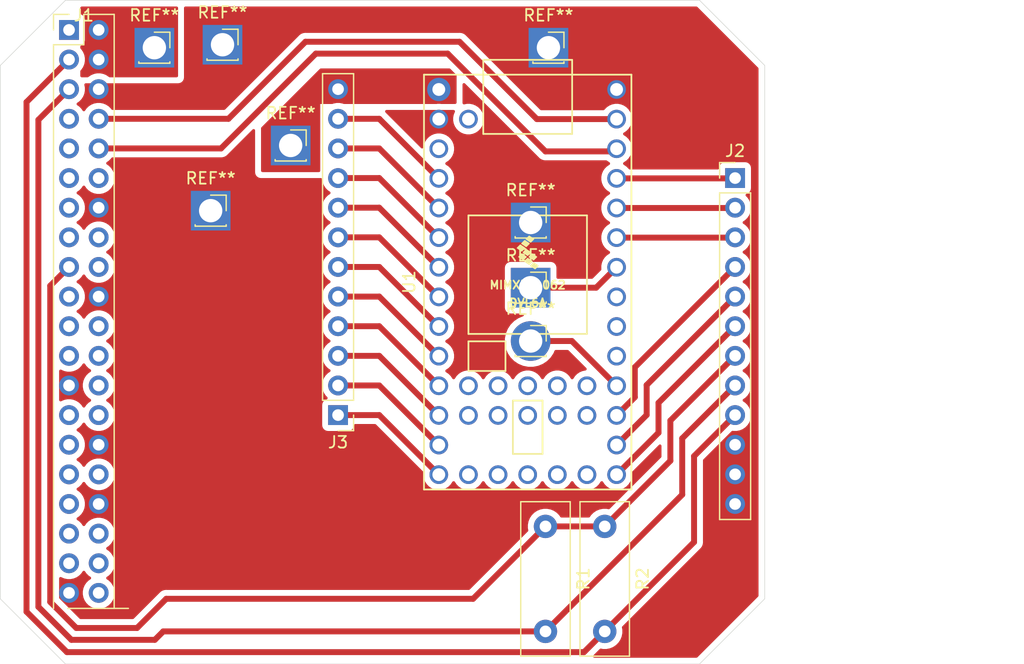
<source format=kicad_pcb>
(kicad_pcb (version 20171130) (host pcbnew 5.1.9-73d0e3b20d~88~ubuntu20.04.1)

  (general
    (thickness 1.6)
    (drawings 8)
    (tracks 83)
    (zones 0)
    (modules 14)
    (nets 71)
  )

  (page A4)
  (layers
    (0 F.Cu signal)
    (31 B.Cu signal)
    (32 B.Adhes user)
    (33 F.Adhes user)
    (34 B.Paste user)
    (35 F.Paste user)
    (36 B.SilkS user)
    (37 F.SilkS user)
    (38 B.Mask user)
    (39 F.Mask user)
    (40 Dwgs.User user)
    (41 Cmts.User user)
    (42 Eco1.User user)
    (43 Eco2.User user)
    (44 Edge.Cuts user)
    (45 Margin user)
    (46 B.CrtYd user)
    (47 F.CrtYd user)
    (48 B.Fab user)
    (49 F.Fab user)
  )

  (setup
    (last_trace_width 0.508)
    (user_trace_width 0.508)
    (user_trace_width 0.762)
    (trace_clearance 0.508)
    (zone_clearance 0.508)
    (zone_45_only no)
    (trace_min 0.508)
    (via_size 0.8)
    (via_drill 0.4)
    (via_min_size 0.4)
    (via_min_drill 0.3)
    (uvia_size 0.3)
    (uvia_drill 0.1)
    (uvias_allowed no)
    (uvia_min_size 0.2)
    (uvia_min_drill 0.1)
    (edge_width 0.05)
    (segment_width 0.2)
    (pcb_text_width 0.3)
    (pcb_text_size 1.5 1.5)
    (mod_edge_width 0.12)
    (mod_text_size 1 1)
    (mod_text_width 0.15)
    (pad_size 3.4 3.4)
    (pad_drill 2)
    (pad_to_mask_clearance 0)
    (aux_axis_origin 0 0)
    (visible_elements FFFFFF7F)
    (pcbplotparams
      (layerselection 0x010a8_7fffffff)
      (usegerberextensions false)
      (usegerberattributes true)
      (usegerberadvancedattributes true)
      (creategerberjobfile true)
      (excludeedgelayer true)
      (linewidth 0.100000)
      (plotframeref false)
      (viasonmask false)
      (mode 1)
      (useauxorigin false)
      (hpglpennumber 1)
      (hpglpenspeed 20)
      (hpglpendiameter 15.000000)
      (psnegative false)
      (psa4output false)
      (plotreference true)
      (plotvalue true)
      (plotinvisibletext false)
      (padsonsilk false)
      (subtractmaskfromsilk false)
      (outputformat 1)
      (mirror false)
      (drillshape 0)
      (scaleselection 1)
      (outputdirectory "./"))
  )

  (net 0 "")
  (net 1 "Net-(J1-Pad40)")
  (net 2 GNDREF)
  (net 3 "Net-(J1-Pad26)")
  (net 4 "Net-(J1-Pad22)")
  (net 5 "Net-(J1-Pad21)")
  (net 6 "Net-(J1-Pad29)")
  (net 7 Teensy_RX)
  (net 8 "Net-(J1-Pad7)")
  (net 9 "Net-(J1-Pad32)")
  (net 10 "Net-(J1-Pad31)")
  (net 11 "Net-(J1-Pad18)")
  (net 12 +3V3)
  (net 13 "Net-(J1-Pad36)")
  (net 14 "Net-(J1-Pad35)")
  (net 15 "Net-(J1-Pad33)")
  (net 16 "Net-(J1-Pad38)")
  (net 17 "Net-(J1-Pad37)")
  (net 18 "Net-(J1-Pad19)")
  (net 19 Teensy_TX)
  (net 20 "Net-(J1-Pad13)")
  (net 21 "Net-(J1-Pad28)")
  (net 22 "Net-(J1-Pad27)")
  (net 23 "Net-(J1-Pad12)")
  (net 24 "Net-(J1-Pad11)")
  (net 25 "Net-(J1-Pad24)")
  (net 26 "Net-(J1-Pad23)")
  (net 27 +5V)
  (net 28 SCL)
  (net 29 "Net-(J1-Pad16)")
  (net 30 "Net-(J1-Pad15)")
  (net 31 SDA)
  (net 32 pin12)
  (net 33 pin11)
  (net 34 pin10)
  (net 35 pin4)
  (net 36 pin3)
  (net 37 pin2)
  (net 38 pin23)
  (net 39 pin22)
  (net 40 pin21)
  (net 41 pin20)
  (net 42 pin19)
  (net 43 pin18)
  (net 44 pin17)
  (net 45 pin16)
  (net 46 pin15)
  (net 47 pin14)
  (net 48 pin13)
  (net 49 "Net-(U1-Pad44)")
  (net 50 "Net-(U1-Pad43)")
  (net 51 "Net-(U1-Pad42)")
  (net 52 "Net-(U1-Pad41)")
  (net 53 "Net-(U1-Pad40)")
  (net 54 "Net-(U1-Pad39)")
  (net 55 "Net-(U1-Pad38)")
  (net 56 "Net-(U1-Pad37)")
  (net 57 "Net-(U1-Pad36)")
  (net 58 "Net-(U1-Pad35)")
  (net 59 PWMLeftWheel)
  (net 60 pin6)
  (net 61 pin7)
  (net 62 pin8)
  (net 63 PWMrightWheel)
  (net 64 "Net-(U1-Pad34)")
  (net 65 "Net-(U1-Pad31)")
  (net 66 "Net-(U1-Pad15)")
  (net 67 "Net-(U1-Pad16)")
  (net 68 "Net-(U1-Pad19)")
  (net 69 "Net-(U1-Pad18)")
  (net 70 "Net-(U1-Pad17)")

  (net_class Default "This is the default net class."
    (clearance 0.508)
    (trace_width 0.508)
    (via_dia 0.8)
    (via_drill 0.4)
    (uvia_dia 0.3)
    (uvia_drill 0.1)
    (add_net +3V3)
    (add_net +5V)
    (add_net GNDREF)
    (add_net "Net-(J1-Pad11)")
    (add_net "Net-(J1-Pad12)")
    (add_net "Net-(J1-Pad13)")
    (add_net "Net-(J1-Pad15)")
    (add_net "Net-(J1-Pad16)")
    (add_net "Net-(J1-Pad18)")
    (add_net "Net-(J1-Pad19)")
    (add_net "Net-(J1-Pad21)")
    (add_net "Net-(J1-Pad22)")
    (add_net "Net-(J1-Pad23)")
    (add_net "Net-(J1-Pad24)")
    (add_net "Net-(J1-Pad26)")
    (add_net "Net-(J1-Pad27)")
    (add_net "Net-(J1-Pad28)")
    (add_net "Net-(J1-Pad29)")
    (add_net "Net-(J1-Pad31)")
    (add_net "Net-(J1-Pad32)")
    (add_net "Net-(J1-Pad33)")
    (add_net "Net-(J1-Pad35)")
    (add_net "Net-(J1-Pad36)")
    (add_net "Net-(J1-Pad37)")
    (add_net "Net-(J1-Pad38)")
    (add_net "Net-(J1-Pad40)")
    (add_net "Net-(J1-Pad7)")
    (add_net "Net-(U1-Pad15)")
    (add_net "Net-(U1-Pad16)")
    (add_net "Net-(U1-Pad17)")
    (add_net "Net-(U1-Pad18)")
    (add_net "Net-(U1-Pad19)")
    (add_net "Net-(U1-Pad31)")
    (add_net "Net-(U1-Pad34)")
    (add_net "Net-(U1-Pad35)")
    (add_net "Net-(U1-Pad36)")
    (add_net "Net-(U1-Pad37)")
    (add_net "Net-(U1-Pad38)")
    (add_net "Net-(U1-Pad39)")
    (add_net "Net-(U1-Pad40)")
    (add_net "Net-(U1-Pad41)")
    (add_net "Net-(U1-Pad42)")
    (add_net "Net-(U1-Pad43)")
    (add_net "Net-(U1-Pad44)")
    (add_net PWMLeftWheel)
    (add_net PWMrightWheel)
    (add_net SCL)
    (add_net SDA)
    (add_net Teensy_RX)
    (add_net Teensy_TX)
    (add_net pin10)
    (add_net pin11)
    (add_net pin12)
    (add_net pin13)
    (add_net pin14)
    (add_net pin15)
    (add_net pin16)
    (add_net pin17)
    (add_net pin18)
    (add_net pin19)
    (add_net pin2)
    (add_net pin20)
    (add_net pin21)
    (add_net pin22)
    (add_net pin23)
    (add_net pin3)
    (add_net pin4)
    (add_net pin6)
    (add_net pin7)
    (add_net pin8)
  )

  (module Connector_PinSocket_2.54mm:PinSocket_1x01_P2.54mm_Vertical (layer F.Cu) (tedit 6081AB5C) (tstamp 60822987)
    (at 129.794 74.93)
    (descr "Through hole straight socket strip, 1x01, 2.54mm pitch, single row (from Kicad 4.0.7), script generated")
    (tags "Through hole socket strip THT 1x01 2.54mm single row")
    (fp_text reference REF** (at 0 -2.77) (layer F.SilkS)
      (effects (font (size 1 1) (thickness 0.15)))
    )
    (fp_text value PinSocket_1x01_P2.54mm_Vertical (at 0 2.77) (layer F.Fab)
      (effects (font (size 1 1) (thickness 0.15)))
    )
    (fp_line (start -1.27 -1.27) (end 0.635 -1.27) (layer F.Fab) (width 0.1))
    (fp_line (start 0.635 -1.27) (end 1.27 -0.635) (layer F.Fab) (width 0.1))
    (fp_line (start 1.27 -0.635) (end 1.27 1.27) (layer F.Fab) (width 0.1))
    (fp_line (start 1.27 1.27) (end -1.27 1.27) (layer F.Fab) (width 0.1))
    (fp_line (start -1.27 1.27) (end -1.27 -1.27) (layer F.Fab) (width 0.1))
    (fp_line (start -1.33 1.33) (end 1.33 1.33) (layer F.SilkS) (width 0.12))
    (fp_line (start -1.33 1.21) (end -1.33 1.33) (layer F.SilkS) (width 0.12))
    (fp_line (start 1.33 1.21) (end 1.33 1.33) (layer F.SilkS) (width 0.12))
    (fp_line (start 1.33 -1.33) (end 1.33 0) (layer F.SilkS) (width 0.12))
    (fp_line (start 0 -1.33) (end 1.33 -1.33) (layer F.SilkS) (width 0.12))
    (fp_line (start -1.8 -1.8) (end 1.75 -1.8) (layer F.CrtYd) (width 0.05))
    (fp_line (start 1.75 -1.8) (end 1.75 1.75) (layer F.CrtYd) (width 0.05))
    (fp_line (start 1.75 1.75) (end -1.8 1.75) (layer F.CrtYd) (width 0.05))
    (fp_line (start -1.8 1.75) (end -1.8 -1.8) (layer F.CrtYd) (width 0.05))
    (fp_text user %R (at 0 0) (layer F.Fab)
      (effects (font (size 1 1) (thickness 0.15)))
    )
    (pad 1 thru_hole circle (at 0 0) (size 3.4 3.4) (drill 2) (layers *.Cu *.Mask)
      (net 63 PWMrightWheel))
    (model ${KISYS3DMOD}/Connector_PinSocket_2.54mm.3dshapes/PinSocket_1x01_P2.54mm_Vertical.wrl
      (at (xyz 0 0 0))
      (scale (xyz 1 1 1))
      (rotate (xyz 0 0 0))
    )
  )

  (module Connector_PinSocket_2.54mm:PinSocket_1x01_P2.54mm_Vertical (layer F.Cu) (tedit 6081AB4F) (tstamp 60822987)
    (at 129.794 70.358)
    (descr "Through hole straight socket strip, 1x01, 2.54mm pitch, single row (from Kicad 4.0.7), script generated")
    (tags "Through hole socket strip THT 1x01 2.54mm single row")
    (fp_text reference REF** (at 0 -2.77) (layer F.SilkS)
      (effects (font (size 1 1) (thickness 0.15)))
    )
    (fp_text value PinSocket_1x01_P2.54mm_Vertical (at 0 2.77) (layer F.Fab)
      (effects (font (size 1 1) (thickness 0.15)))
    )
    (fp_line (start -1.27 -1.27) (end 0.635 -1.27) (layer F.Fab) (width 0.1))
    (fp_line (start 0.635 -1.27) (end 1.27 -0.635) (layer F.Fab) (width 0.1))
    (fp_line (start 1.27 -0.635) (end 1.27 1.27) (layer F.Fab) (width 0.1))
    (fp_line (start 1.27 1.27) (end -1.27 1.27) (layer F.Fab) (width 0.1))
    (fp_line (start -1.27 1.27) (end -1.27 -1.27) (layer F.Fab) (width 0.1))
    (fp_line (start -1.33 1.33) (end 1.33 1.33) (layer F.SilkS) (width 0.12))
    (fp_line (start -1.33 1.21) (end -1.33 1.33) (layer F.SilkS) (width 0.12))
    (fp_line (start 1.33 1.21) (end 1.33 1.33) (layer F.SilkS) (width 0.12))
    (fp_line (start 1.33 -1.33) (end 1.33 0) (layer F.SilkS) (width 0.12))
    (fp_line (start 0 -1.33) (end 1.33 -1.33) (layer F.SilkS) (width 0.12))
    (fp_line (start -1.8 -1.8) (end 1.75 -1.8) (layer F.CrtYd) (width 0.05))
    (fp_line (start 1.75 -1.8) (end 1.75 1.75) (layer F.CrtYd) (width 0.05))
    (fp_line (start 1.75 1.75) (end -1.8 1.75) (layer F.CrtYd) (width 0.05))
    (fp_line (start -1.8 1.75) (end -1.8 -1.8) (layer F.CrtYd) (width 0.05))
    (fp_text user %R (at 0 0) (layer F.Fab)
      (effects (font (size 1 1) (thickness 0.15)))
    )
    (pad 1 thru_hole rect (at 0 0) (size 3.4 3.4) (drill 2) (layers *.Cu *.Mask)
      (net 59 PWMLeftWheel))
    (model ${KISYS3DMOD}/Connector_PinSocket_2.54mm.3dshapes/PinSocket_1x01_P2.54mm_Vertical.wrl
      (at (xyz 0 0 0))
      (scale (xyz 1 1 1))
      (rotate (xyz 0 0 0))
    )
  )

  (module Connector_PinSocket_2.54mm:PinSocket_1x01_P2.54mm_Vertical (layer F.Cu) (tedit 6081A7F4) (tstamp 60822987)
    (at 131.318 49.784)
    (descr "Through hole straight socket strip, 1x01, 2.54mm pitch, single row (from Kicad 4.0.7), script generated")
    (tags "Through hole socket strip THT 1x01 2.54mm single row")
    (fp_text reference REF** (at 0 -2.77) (layer F.SilkS)
      (effects (font (size 1 1) (thickness 0.15)))
    )
    (fp_text value PinSocket_1x01_P2.54mm_Vertical (at 0 2.77) (layer F.Fab)
      (effects (font (size 1 1) (thickness 0.15)))
    )
    (fp_line (start -1.27 -1.27) (end 0.635 -1.27) (layer F.Fab) (width 0.1))
    (fp_line (start 0.635 -1.27) (end 1.27 -0.635) (layer F.Fab) (width 0.1))
    (fp_line (start 1.27 -0.635) (end 1.27 1.27) (layer F.Fab) (width 0.1))
    (fp_line (start 1.27 1.27) (end -1.27 1.27) (layer F.Fab) (width 0.1))
    (fp_line (start -1.27 1.27) (end -1.27 -1.27) (layer F.Fab) (width 0.1))
    (fp_line (start -1.33 1.33) (end 1.33 1.33) (layer F.SilkS) (width 0.12))
    (fp_line (start -1.33 1.21) (end -1.33 1.33) (layer F.SilkS) (width 0.12))
    (fp_line (start 1.33 1.21) (end 1.33 1.33) (layer F.SilkS) (width 0.12))
    (fp_line (start 1.33 -1.33) (end 1.33 0) (layer F.SilkS) (width 0.12))
    (fp_line (start 0 -1.33) (end 1.33 -1.33) (layer F.SilkS) (width 0.12))
    (fp_line (start -1.8 -1.8) (end 1.75 -1.8) (layer F.CrtYd) (width 0.05))
    (fp_line (start 1.75 -1.8) (end 1.75 1.75) (layer F.CrtYd) (width 0.05))
    (fp_line (start 1.75 1.75) (end -1.8 1.75) (layer F.CrtYd) (width 0.05))
    (fp_line (start -1.8 1.75) (end -1.8 -1.8) (layer F.CrtYd) (width 0.05))
    (fp_text user %R (at 0 0) (layer F.Fab)
      (effects (font (size 1 1) (thickness 0.15)))
    )
    (pad 1 thru_hole rect (at 0 0) (size 3.4 3.4) (drill 2) (layers *.Cu *.Mask)
      (net 2 GNDREF))
    (model ${KISYS3DMOD}/Connector_PinSocket_2.54mm.3dshapes/PinSocket_1x01_P2.54mm_Vertical.wrl
      (at (xyz 0 0 0))
      (scale (xyz 1 1 1))
      (rotate (xyz 0 0 0))
    )
  )

  (module Connector_PinSocket_2.54mm:PinSocket_1x01_P2.54mm_Vertical (layer F.Cu) (tedit 6081A7FD) (tstamp 60822987)
    (at 129.794 64.77)
    (descr "Through hole straight socket strip, 1x01, 2.54mm pitch, single row (from Kicad 4.0.7), script generated")
    (tags "Through hole socket strip THT 1x01 2.54mm single row")
    (fp_text reference REF** (at 0 -2.77) (layer F.SilkS)
      (effects (font (size 1 1) (thickness 0.15)))
    )
    (fp_text value PinSocket_1x01_P2.54mm_Vertical (at 0 2.77) (layer F.Fab)
      (effects (font (size 1 1) (thickness 0.15)))
    )
    (fp_line (start -1.27 -1.27) (end 0.635 -1.27) (layer F.Fab) (width 0.1))
    (fp_line (start 0.635 -1.27) (end 1.27 -0.635) (layer F.Fab) (width 0.1))
    (fp_line (start 1.27 -0.635) (end 1.27 1.27) (layer F.Fab) (width 0.1))
    (fp_line (start 1.27 1.27) (end -1.27 1.27) (layer F.Fab) (width 0.1))
    (fp_line (start -1.27 1.27) (end -1.27 -1.27) (layer F.Fab) (width 0.1))
    (fp_line (start -1.33 1.33) (end 1.33 1.33) (layer F.SilkS) (width 0.12))
    (fp_line (start -1.33 1.21) (end -1.33 1.33) (layer F.SilkS) (width 0.12))
    (fp_line (start 1.33 1.21) (end 1.33 1.33) (layer F.SilkS) (width 0.12))
    (fp_line (start 1.33 -1.33) (end 1.33 0) (layer F.SilkS) (width 0.12))
    (fp_line (start 0 -1.33) (end 1.33 -1.33) (layer F.SilkS) (width 0.12))
    (fp_line (start -1.8 -1.8) (end 1.75 -1.8) (layer F.CrtYd) (width 0.05))
    (fp_line (start 1.75 -1.8) (end 1.75 1.75) (layer F.CrtYd) (width 0.05))
    (fp_line (start 1.75 1.75) (end -1.8 1.75) (layer F.CrtYd) (width 0.05))
    (fp_line (start -1.8 1.75) (end -1.8 -1.8) (layer F.CrtYd) (width 0.05))
    (fp_text user %R (at 0 0) (layer F.Fab)
      (effects (font (size 1 1) (thickness 0.15)))
    )
    (pad 1 thru_hole rect (at 0 0) (size 3.4 3.4) (drill 2) (layers *.Cu *.Mask)
      (net 2 GNDREF))
    (model ${KISYS3DMOD}/Connector_PinSocket_2.54mm.3dshapes/PinSocket_1x01_P2.54mm_Vertical.wrl
      (at (xyz 0 0 0))
      (scale (xyz 1 1 1))
      (rotate (xyz 0 0 0))
    )
  )

  (module Connector_PinSocket_2.54mm:PinSocket_1x01_P2.54mm_Vertical (layer F.Cu) (tedit 6081A7ED) (tstamp 6082295C)
    (at 102.362 63.754)
    (descr "Through hole straight socket strip, 1x01, 2.54mm pitch, single row (from Kicad 4.0.7), script generated")
    (tags "Through hole socket strip THT 1x01 2.54mm single row")
    (fp_text reference REF** (at 0 -2.77) (layer F.SilkS)
      (effects (font (size 1 1) (thickness 0.15)))
    )
    (fp_text value PinSocket_1x01_P2.54mm_Vertical (at 0 2.77) (layer F.Fab)
      (effects (font (size 1 1) (thickness 0.15)))
    )
    (fp_line (start -1.27 -1.27) (end 0.635 -1.27) (layer F.Fab) (width 0.1))
    (fp_line (start 0.635 -1.27) (end 1.27 -0.635) (layer F.Fab) (width 0.1))
    (fp_line (start 1.27 -0.635) (end 1.27 1.27) (layer F.Fab) (width 0.1))
    (fp_line (start 1.27 1.27) (end -1.27 1.27) (layer F.Fab) (width 0.1))
    (fp_line (start -1.27 1.27) (end -1.27 -1.27) (layer F.Fab) (width 0.1))
    (fp_line (start -1.33 1.33) (end 1.33 1.33) (layer F.SilkS) (width 0.12))
    (fp_line (start -1.33 1.21) (end -1.33 1.33) (layer F.SilkS) (width 0.12))
    (fp_line (start 1.33 1.21) (end 1.33 1.33) (layer F.SilkS) (width 0.12))
    (fp_line (start 1.33 -1.33) (end 1.33 0) (layer F.SilkS) (width 0.12))
    (fp_line (start 0 -1.33) (end 1.33 -1.33) (layer F.SilkS) (width 0.12))
    (fp_line (start -1.8 -1.8) (end 1.75 -1.8) (layer F.CrtYd) (width 0.05))
    (fp_line (start 1.75 -1.8) (end 1.75 1.75) (layer F.CrtYd) (width 0.05))
    (fp_line (start 1.75 1.75) (end -1.8 1.75) (layer F.CrtYd) (width 0.05))
    (fp_line (start -1.8 1.75) (end -1.8 -1.8) (layer F.CrtYd) (width 0.05))
    (fp_text user %R (at 0 0) (layer F.Fab)
      (effects (font (size 1 1) (thickness 0.15)))
    )
    (pad 1 thru_hole rect (at 0 0) (size 3.4 3.4) (drill 2) (layers *.Cu *.Mask)
      (net 2 GNDREF))
    (model ${KISYS3DMOD}/Connector_PinSocket_2.54mm.3dshapes/PinSocket_1x01_P2.54mm_Vertical.wrl
      (at (xyz 0 0 0))
      (scale (xyz 1 1 1))
      (rotate (xyz 0 0 0))
    )
  )

  (module Connector_PinSocket_2.54mm:PinSocket_1x01_P2.54mm_Vertical (layer F.Cu) (tedit 6081A873) (tstamp 60821CD7)
    (at 109.22 58.166)
    (descr "Through hole straight socket strip, 1x01, 2.54mm pitch, single row (from Kicad 4.0.7), script generated")
    (tags "Through hole socket strip THT 1x01 2.54mm single row")
    (fp_text reference REF** (at 0 -2.77) (layer F.SilkS)
      (effects (font (size 1 1) (thickness 0.15)))
    )
    (fp_text value PinSocket_1x01_P2.54mm_Vertical (at 0 2.77) (layer F.Fab)
      (effects (font (size 1 1) (thickness 0.15)))
    )
    (fp_line (start -1.27 -1.27) (end 0.635 -1.27) (layer F.Fab) (width 0.1))
    (fp_line (start 0.635 -1.27) (end 1.27 -0.635) (layer F.Fab) (width 0.1))
    (fp_line (start 1.27 -0.635) (end 1.27 1.27) (layer F.Fab) (width 0.1))
    (fp_line (start 1.27 1.27) (end -1.27 1.27) (layer F.Fab) (width 0.1))
    (fp_line (start -1.27 1.27) (end -1.27 -1.27) (layer F.Fab) (width 0.1))
    (fp_line (start -1.33 1.33) (end 1.33 1.33) (layer F.SilkS) (width 0.12))
    (fp_line (start -1.33 1.21) (end -1.33 1.33) (layer F.SilkS) (width 0.12))
    (fp_line (start 1.33 1.21) (end 1.33 1.33) (layer F.SilkS) (width 0.12))
    (fp_line (start 1.33 -1.33) (end 1.33 0) (layer F.SilkS) (width 0.12))
    (fp_line (start 0 -1.33) (end 1.33 -1.33) (layer F.SilkS) (width 0.12))
    (fp_line (start -1.8 -1.8) (end 1.75 -1.8) (layer F.CrtYd) (width 0.05))
    (fp_line (start 1.75 -1.8) (end 1.75 1.75) (layer F.CrtYd) (width 0.05))
    (fp_line (start 1.75 1.75) (end -1.8 1.75) (layer F.CrtYd) (width 0.05))
    (fp_line (start -1.8 1.75) (end -1.8 -1.8) (layer F.CrtYd) (width 0.05))
    (fp_text user %R (at 0 0) (layer F.Fab)
      (effects (font (size 1 1) (thickness 0.15)))
    )
    (pad 1 thru_hole rect (at 0 0) (size 3.4 3.4) (drill 2) (layers *.Cu *.Mask)
      (net 27 +5V))
    (model ${KISYS3DMOD}/Connector_PinSocket_2.54mm.3dshapes/PinSocket_1x01_P2.54mm_Vertical.wrl
      (at (xyz 0 0 0))
      (scale (xyz 1 1 1))
      (rotate (xyz 0 0 0))
    )
  )

  (module Connector_PinSocket_2.54mm:PinSocket_1x01_P2.54mm_Vertical (layer F.Cu) (tedit 6081A861) (tstamp 60821B6B)
    (at 97.536 49.784)
    (descr "Through hole straight socket strip, 1x01, 2.54mm pitch, single row (from Kicad 4.0.7), script generated")
    (tags "Through hole socket strip THT 1x01 2.54mm single row")
    (fp_text reference REF** (at 0 -2.77) (layer F.SilkS)
      (effects (font (size 1 1) (thickness 0.15)))
    )
    (fp_text value PinSocket_1x01_P2.54mm_Vertical (at 0 2.77) (layer F.Fab)
      (effects (font (size 1 1) (thickness 0.15)))
    )
    (fp_line (start -1.27 -1.27) (end 0.635 -1.27) (layer F.Fab) (width 0.1))
    (fp_line (start 0.635 -1.27) (end 1.27 -0.635) (layer F.Fab) (width 0.1))
    (fp_line (start 1.27 -0.635) (end 1.27 1.27) (layer F.Fab) (width 0.1))
    (fp_line (start 1.27 1.27) (end -1.27 1.27) (layer F.Fab) (width 0.1))
    (fp_line (start -1.27 1.27) (end -1.27 -1.27) (layer F.Fab) (width 0.1))
    (fp_line (start -1.33 1.33) (end 1.33 1.33) (layer F.SilkS) (width 0.12))
    (fp_line (start -1.33 1.21) (end -1.33 1.33) (layer F.SilkS) (width 0.12))
    (fp_line (start 1.33 1.21) (end 1.33 1.33) (layer F.SilkS) (width 0.12))
    (fp_line (start 1.33 -1.33) (end 1.33 0) (layer F.SilkS) (width 0.12))
    (fp_line (start 0 -1.33) (end 1.33 -1.33) (layer F.SilkS) (width 0.12))
    (fp_line (start -1.8 -1.8) (end 1.75 -1.8) (layer F.CrtYd) (width 0.05))
    (fp_line (start 1.75 -1.8) (end 1.75 1.75) (layer F.CrtYd) (width 0.05))
    (fp_line (start 1.75 1.75) (end -1.8 1.75) (layer F.CrtYd) (width 0.05))
    (fp_line (start -1.8 1.75) (end -1.8 -1.8) (layer F.CrtYd) (width 0.05))
    (fp_text user %R (at 0 0) (layer F.Fab)
      (effects (font (size 1 1) (thickness 0.15)))
    )
    (pad 1 thru_hole rect (at 0 0) (size 3.4 3.4) (drill 2) (layers *.Cu *.Mask)
      (net 27 +5V))
    (model ${KISYS3DMOD}/Connector_PinSocket_2.54mm.3dshapes/PinSocket_1x01_P2.54mm_Vertical.wrl
      (at (xyz 0 0 0))
      (scale (xyz 1 1 1))
      (rotate (xyz 0 0 0))
    )
  )

  (module teensy:Teensy40 (layer F.Cu) (tedit 6081A494) (tstamp 60813EA8)
    (at 129.54 69.85 90)
    (path /607F5551)
    (fp_text reference U1 (at -0.0254 -10.16 270) (layer F.SilkS)
      (effects (font (size 1 1) (thickness 0.15)))
    )
    (fp_text value Teensy4.0 (at -0.0254 10.16 270) (layer F.Fab)
      (effects (font (size 1 1) (thickness 0.15)))
    )
    (fp_poly (pts (xy 3.9116 0.127) (xy 3.6576 -0.127) (xy 3.4036 0.254) (xy 3.6576 0.508)) (layer F.SilkS) (width 0.1))
    (fp_poly (pts (xy 3.5306 -0.254) (xy 3.2766 -0.508) (xy 3.0226 -0.127) (xy 3.2766 0.127)) (layer F.SilkS) (width 0.1))
    (fp_poly (pts (xy 1.6256 0.508) (xy 1.3716 0.254) (xy 1.1176 0.635) (xy 1.3716 0.889)) (layer F.SilkS) (width 0.1))
    (fp_poly (pts (xy 2.0066 0) (xy 1.7526 -0.254) (xy 1.4986 0.127) (xy 1.7526 0.381)) (layer F.SilkS) (width 0.1))
    (fp_poly (pts (xy 2.3876 -0.508) (xy 2.1336 -0.762) (xy 1.8796 -0.381) (xy 2.1336 -0.127)) (layer F.SilkS) (width 0.1))
    (fp_poly (pts (xy 2.3876 0.381) (xy 2.1336 0.127) (xy 1.8796 0.508) (xy 2.1336 0.762)) (layer F.SilkS) (width 0.1))
    (fp_poly (pts (xy 2.7686 -0.127) (xy 2.5146 -0.381) (xy 2.2606 0) (xy 2.5146 0.254)) (layer F.SilkS) (width 0.1))
    (fp_poly (pts (xy 3.1496 -0.635) (xy 2.8956 -0.889) (xy 2.6416 -0.508) (xy 2.8956 -0.254)) (layer F.SilkS) (width 0.1))
    (fp_line (start -5.1054 -1.905) (end -5.1054 -5.08) (layer F.SilkS) (width 0.15))
    (fp_line (start -7.6454 -1.905) (end -5.1054 -1.905) (layer F.SilkS) (width 0.15))
    (fp_line (start -7.6454 -5.08) (end -7.6454 -1.905) (layer F.SilkS) (width 0.15))
    (fp_line (start -5.1054 -5.08) (end -7.6454 -5.08) (layer F.SilkS) (width 0.15))
    (fp_line (start 17.7546 8.89) (end 17.7546 -8.89) (layer F.SilkS) (width 0.15))
    (fp_line (start -17.8054 8.89) (end 17.7546 8.89) (layer F.SilkS) (width 0.15))
    (fp_line (start -17.8054 -8.89) (end -17.8054 8.89) (layer F.SilkS) (width 0.15))
    (fp_line (start 17.7546 -8.89) (end -17.8054 -8.89) (layer F.SilkS) (width 0.15))
    (fp_line (start -4.4704 5.08) (end 5.6896 5.08) (layer F.SilkS) (width 0.15))
    (fp_line (start -4.4704 -5.08) (end 5.6896 -5.08) (layer F.SilkS) (width 0.15))
    (fp_line (start 5.6896 -5.08) (end 5.6896 5.08) (layer F.SilkS) (width 0.15))
    (fp_line (start -4.4704 5.08) (end -4.4704 -5.08) (layer F.SilkS) (width 0.15))
    (fp_line (start -10.1854 -1.27) (end -14.7574 -1.27) (layer F.SilkS) (width 0.15))
    (fp_line (start -10.1854 1.27) (end -10.1854 -1.27) (layer F.SilkS) (width 0.15))
    (fp_line (start -14.7574 1.27) (end -10.1854 1.27) (layer F.SilkS) (width 0.15))
    (fp_line (start -14.7574 -1.27) (end -14.7574 1.27) (layer F.SilkS) (width 0.15))
    (fp_line (start 12.6746 3.81) (end 17.7546 3.81) (layer F.SilkS) (width 0.15))
    (fp_line (start 12.6746 -3.81) (end 17.7546 -3.81) (layer F.SilkS) (width 0.15))
    (fp_line (start 12.6746 3.81) (end 12.6746 -3.81) (layer F.SilkS) (width 0.15))
    (fp_line (start 19.0246 -3.81) (end 17.7546 -3.81) (layer F.SilkS) (width 0.15))
    (fp_line (start 19.0246 3.81) (end 19.0246 -3.81) (layer F.SilkS) (width 0.15))
    (fp_line (start 17.7546 3.81) (end 19.0246 3.81) (layer F.SilkS) (width 0.15))
    (fp_text user DVL6A (at -1.8034 0) (layer F.SilkS)
      (effects (font (size 0.7 0.7) (thickness 0.15)))
    )
    (fp_text user MIMXRT1062 (at -0.2794 0) (layer F.SilkS)
      (effects (font (size 0.7 0.7) (thickness 0.15)))
    )
    (pad 44 thru_hole circle (at -8.9154 5.08 90) (size 1.6 1.6) (drill 1.1) (layers *.Cu *.Mask)
      (net 49 "Net-(U1-Pad44)"))
    (pad 43 thru_hole circle (at -11.4554 5.08 90) (size 1.6 1.6) (drill 1.1) (layers *.Cu *.Mask)
      (net 50 "Net-(U1-Pad43)"))
    (pad 42 thru_hole circle (at -8.9154 2.54 90) (size 1.6 1.6) (drill 1.1) (layers *.Cu *.Mask)
      (net 51 "Net-(U1-Pad42)"))
    (pad 41 thru_hole circle (at -11.4554 2.54 90) (size 1.6 1.6) (drill 1.1) (layers *.Cu *.Mask)
      (net 52 "Net-(U1-Pad41)"))
    (pad 40 thru_hole circle (at -8.9154 0 90) (size 1.6 1.6) (drill 1.1) (layers *.Cu *.Mask)
      (net 53 "Net-(U1-Pad40)"))
    (pad 39 thru_hole circle (at -11.4554 0 90) (size 1.6 1.6) (drill 1.1) (layers *.Cu *.Mask)
      (net 54 "Net-(U1-Pad39)"))
    (pad 38 thru_hole circle (at -8.9154 -2.54 90) (size 1.6 1.6) (drill 1.1) (layers *.Cu *.Mask)
      (net 55 "Net-(U1-Pad38)"))
    (pad 37 thru_hole circle (at -11.4554 -2.54 90) (size 1.6 1.6) (drill 1.1) (layers *.Cu *.Mask)
      (net 56 "Net-(U1-Pad37)"))
    (pad 36 thru_hole circle (at -8.9154 -5.08 90) (size 1.6 1.6) (drill 1.1) (layers *.Cu *.Mask)
      (net 57 "Net-(U1-Pad36)"))
    (pad 35 thru_hole circle (at -11.4554 -5.08 90) (size 1.6 1.6) (drill 1.1) (layers *.Cu *.Mask)
      (net 58 "Net-(U1-Pad35)"))
    (pad 1 thru_hole circle (at 16.4846 7.62 90) (size 1.6 1.6) (drill 1.1) (layers *.Cu *.Mask)
      (net 2 GNDREF))
    (pad 2 thru_hole circle (at 13.9446 7.62 90) (size 1.6 1.6) (drill 1.1) (layers *.Cu *.Mask)
      (net 7 Teensy_RX))
    (pad 3 thru_hole circle (at 11.4046 7.62 90) (size 1.6 1.6) (drill 1.1) (layers *.Cu *.Mask)
      (net 19 Teensy_TX))
    (pad 4 thru_hole circle (at 8.8646 7.62 90) (size 1.6 1.6) (drill 1.1) (layers *.Cu *.Mask)
      (net 37 pin2))
    (pad 5 thru_hole circle (at 6.3246 7.62 90) (size 1.6 1.6) (drill 1.1) (layers *.Cu *.Mask)
      (net 36 pin3))
    (pad 6 thru_hole circle (at 3.7846 7.62 90) (size 1.6 1.6) (drill 1.1) (layers *.Cu *.Mask)
      (net 35 pin4))
    (pad 7 thru_hole circle (at 1.2446 7.62 90) (size 1.6 1.6) (drill 1.1) (layers *.Cu *.Mask)
      (net 59 PWMLeftWheel))
    (pad 8 thru_hole circle (at -1.2954 7.62 90) (size 1.6 1.6) (drill 1.1) (layers *.Cu *.Mask)
      (net 60 pin6))
    (pad 9 thru_hole circle (at -3.8354 7.62 90) (size 1.6 1.6) (drill 1.1) (layers *.Cu *.Mask)
      (net 61 pin7))
    (pad 10 thru_hole circle (at -6.3754 7.62 90) (size 1.6 1.6) (drill 1.1) (layers *.Cu *.Mask)
      (net 62 pin8))
    (pad 11 thru_hole circle (at -8.9154 7.62 90) (size 1.6 1.6) (drill 1.1) (layers *.Cu *.Mask)
      (net 63 PWMrightWheel))
    (pad 12 thru_hole circle (at -11.4554 7.62 90) (size 1.6 1.6) (drill 1.1) (layers *.Cu *.Mask)
      (net 34 pin10))
    (pad 13 thru_hole circle (at -13.9954 7.62 90) (size 1.6 1.6) (drill 1.1) (layers *.Cu *.Mask)
      (net 33 pin11))
    (pad 34 thru_hole circle (at 13.9446 -5.08 90) (size 1.6 1.6) (drill 1.1) (layers *.Cu *.Mask)
      (net 64 "Net-(U1-Pad34)"))
    (pad 33 thru_hole circle (at 16.4846 -7.62 90) (size 2 2) (drill 1.1) (layers *.Cu *.Mask)
      (net 27 +5V))
    (pad 32 thru_hole circle (at 13.9446 -7.62 90) (size 1.6 1.6) (drill 1.1) (layers *.Cu *.Mask)
      (net 2 GNDREF))
    (pad 31 thru_hole circle (at 11.4046 -7.62 90) (size 1.6 1.6) (drill 1.1) (layers *.Cu *.Mask)
      (net 65 "Net-(U1-Pad31)"))
    (pad 30 thru_hole circle (at 8.8646 -7.62 90) (size 1.6 1.6) (drill 1.1) (layers *.Cu *.Mask)
      (net 38 pin23))
    (pad 29 thru_hole circle (at 6.3246 -7.62 90) (size 1.6 1.6) (drill 1.1) (layers *.Cu *.Mask)
      (net 39 pin22))
    (pad 28 thru_hole circle (at 3.7846 -7.62 90) (size 1.6 1.6) (drill 1.1) (layers *.Cu *.Mask)
      (net 40 pin21))
    (pad 27 thru_hole circle (at 1.2446 -7.62 90) (size 1.6 1.6) (drill 1.1) (layers *.Cu *.Mask)
      (net 41 pin20))
    (pad 26 thru_hole circle (at -1.2954 -7.62 90) (size 1.6 1.6) (drill 1.1) (layers *.Cu *.Mask)
      (net 42 pin19))
    (pad 25 thru_hole circle (at -3.8354 -7.62 90) (size 1.6 1.6) (drill 1.1) (layers *.Cu *.Mask)
      (net 43 pin18))
    (pad 24 thru_hole circle (at -6.3754 -7.62 90) (size 1.6 1.6) (drill 1.1) (layers *.Cu *.Mask)
      (net 44 pin17))
    (pad 23 thru_hole circle (at -8.9154 -7.62 90) (size 1.6 1.6) (drill 1.1) (layers *.Cu *.Mask)
      (net 45 pin16))
    (pad 22 thru_hole circle (at -11.4554 -7.62 90) (size 1.6 1.6) (drill 1.1) (layers *.Cu *.Mask)
      (net 46 pin15))
    (pad 21 thru_hole circle (at -13.9954 -7.62 90) (size 1.6 1.6) (drill 1.1) (layers *.Cu *.Mask)
      (net 47 pin14))
    (pad 14 thru_hole circle (at -16.5354 7.62 90) (size 1.6 1.6) (drill 1.1) (layers *.Cu *.Mask)
      (net 32 pin12))
    (pad 15 thru_hole circle (at -16.5354 5.08 90) (size 1.6 1.6) (drill 1.1) (layers *.Cu *.Mask)
      (net 66 "Net-(U1-Pad15)"))
    (pad 16 thru_hole circle (at -16.5354 2.54 90) (size 1.6 1.6) (drill 1.1) (layers *.Cu *.Mask)
      (net 67 "Net-(U1-Pad16)"))
    (pad 20 thru_hole circle (at -16.5354 -7.62 90) (size 1.6 1.6) (drill 1.1) (layers *.Cu *.Mask)
      (net 48 pin13))
    (pad 19 thru_hole circle (at -16.5354 -5.08 90) (size 1.6 1.6) (drill 1.1) (layers *.Cu *.Mask)
      (net 68 "Net-(U1-Pad19)"))
    (pad 18 thru_hole circle (at -16.5354 -2.54 90) (size 1.6 1.6) (drill 1.1) (layers *.Cu *.Mask)
      (net 69 "Net-(U1-Pad18)"))
    (pad 17 thru_hole circle (at -16.5354 0 90) (size 1.6 1.6) (drill 1.1) (layers *.Cu *.Mask)
      (net 70 "Net-(U1-Pad17)"))
    (model ${KICAD_USER_DIR}/teensy.pretty/Teensy_4.0_Assembly.STEP
      (offset (xyz 33 9.5 -11))
      (scale (xyz 1 1 1))
      (rotate (xyz -90 0 0))
    )
  )

  (module Connector_PinSocket_2.54mm:PinSocket_2x20_P2.54mm_Vertical (layer F.Cu) (tedit 6081863C) (tstamp 60813DEE)
    (at 93.98 48.26)
    (descr "Through hole straight socket strip, 2x20, 2.54mm pitch, double cols (from Kicad 4.0.7), script generated")
    (tags "Through hole socket strip THT 2x20 2.54mm double row")
    (path /607EF7B9)
    (fp_text reference J1 (at -2.4892 -1.246) (layer F.SilkS)
      (effects (font (size 1 1) (thickness 0.15)))
    )
    (fp_text value Raspberry_Pi_2_3 (at -1.27 51.03) (layer F.Fab)
      (effects (font (size 1 1) (thickness 0.15)))
    )
    (fp_line (start 0.5808 50) (end 0.5808 -1.8) (layer F.CrtYd) (width 0.05))
    (fp_line (start 1.76 50) (end -4.34 50) (layer F.CrtYd) (width 0.05))
    (fp_line (start -5.5192 -1.8) (end -5.5192 50) (layer F.CrtYd) (width 0.05))
    (fp_line (start 0.5808 -1.8) (end -5.5192 -1.8) (layer F.CrtYd) (width 0.05))
    (fp_line (start -3.7592 -1.33) (end -5.0892 -1.33) (layer F.SilkS) (width 0.12))
    (fp_line (start -5.0892 -1.33) (end -5.0892 0) (layer F.SilkS) (width 0.12))
    (fp_line (start -2.4892 -1.33) (end -2.4892 1.27) (layer F.SilkS) (width 0.12))
    (fp_line (start -2.4892 1.27) (end -5.0892 1.27) (layer F.SilkS) (width 0.12))
    (fp_line (start -5.0892 1.27) (end -5.0892 49.59) (layer F.SilkS) (width 0.12))
    (fp_line (start -3.87 49.59) (end 1.33 49.59) (layer F.SilkS) (width 0.12))
    (fp_line (start 0.1108 -1.33) (end 0.1108 49.59) (layer F.SilkS) (width 0.12))
    (fp_line (start 0.1108 -1.33) (end -2.4892 -1.33) (layer F.SilkS) (width 0.12))
    (fp_line (start 0.0508 49.53) (end 0.0508 -1.27) (layer F.Fab) (width 0.1))
    (fp_line (start 1.27 49.53) (end -3.81 49.53) (layer F.Fab) (width 0.1))
    (fp_line (start -5.0292 -0.27) (end -5.0292 49.53) (layer F.Fab) (width 0.1))
    (fp_line (start -4.0292 -1.27) (end -5.0292 -0.27) (layer F.Fab) (width 0.1))
    (fp_line (start 0.0508 -1.27) (end -4.0292 -1.27) (layer F.Fab) (width 0.1))
    (fp_text user %R (at -2.4892 25.654 90) (layer F.Fab)
      (effects (font (size 1 1) (thickness 0.15)))
    )
    (pad 40 thru_hole oval (at -1.2192 48.26) (size 1.7 1.7) (drill 1) (layers *.Cu *.Mask)
      (net 1 "Net-(J1-Pad40)"))
    (pad 39 thru_hole oval (at -3.7592 48.26) (size 1.7 1.7) (drill 1) (layers *.Cu *.Mask)
      (net 2 GNDREF))
    (pad 38 thru_hole oval (at -1.2192 45.72) (size 1.7 1.7) (drill 1) (layers *.Cu *.Mask)
      (net 16 "Net-(J1-Pad38)"))
    (pad 37 thru_hole oval (at -3.7592 45.72) (size 1.7 1.7) (drill 1) (layers *.Cu *.Mask)
      (net 17 "Net-(J1-Pad37)"))
    (pad 36 thru_hole oval (at -1.2192 43.18) (size 1.7 1.7) (drill 1) (layers *.Cu *.Mask)
      (net 13 "Net-(J1-Pad36)"))
    (pad 35 thru_hole oval (at -3.7592 43.18) (size 1.7 1.7) (drill 1) (layers *.Cu *.Mask)
      (net 14 "Net-(J1-Pad35)"))
    (pad 34 thru_hole oval (at -1.2192 40.64) (size 1.7 1.7) (drill 1) (layers *.Cu *.Mask)
      (net 2 GNDREF))
    (pad 33 thru_hole oval (at -3.7592 40.64) (size 1.7 1.7) (drill 1) (layers *.Cu *.Mask)
      (net 15 "Net-(J1-Pad33)"))
    (pad 32 thru_hole oval (at -1.2192 38.1) (size 1.7 1.7) (drill 1) (layers *.Cu *.Mask)
      (net 9 "Net-(J1-Pad32)"))
    (pad 31 thru_hole oval (at -3.7592 38.1) (size 1.7 1.7) (drill 1) (layers *.Cu *.Mask)
      (net 10 "Net-(J1-Pad31)"))
    (pad 30 thru_hole oval (at -1.2192 35.56) (size 1.7 1.7) (drill 1) (layers *.Cu *.Mask)
      (net 2 GNDREF))
    (pad 29 thru_hole oval (at -3.7592 35.56) (size 1.7 1.7) (drill 1) (layers *.Cu *.Mask)
      (net 6 "Net-(J1-Pad29)"))
    (pad 28 thru_hole oval (at -1.2192 33.02) (size 1.7 1.7) (drill 1) (layers *.Cu *.Mask)
      (net 21 "Net-(J1-Pad28)"))
    (pad 27 thru_hole oval (at -3.7592 33.02) (size 1.7 1.7) (drill 1) (layers *.Cu *.Mask)
      (net 22 "Net-(J1-Pad27)"))
    (pad 26 thru_hole oval (at -1.2192 30.48) (size 1.7 1.7) (drill 1) (layers *.Cu *.Mask)
      (net 3 "Net-(J1-Pad26)"))
    (pad 25 thru_hole oval (at -3.7592 30.48) (size 1.7 1.7) (drill 1) (layers *.Cu *.Mask)
      (net 2 GNDREF))
    (pad 24 thru_hole oval (at -1.2192 27.94) (size 1.7 1.7) (drill 1) (layers *.Cu *.Mask)
      (net 25 "Net-(J1-Pad24)"))
    (pad 23 thru_hole oval (at -3.7592 27.94) (size 1.7 1.7) (drill 1) (layers *.Cu *.Mask)
      (net 26 "Net-(J1-Pad23)"))
    (pad 22 thru_hole oval (at -1.2192 25.4) (size 1.7 1.7) (drill 1) (layers *.Cu *.Mask)
      (net 4 "Net-(J1-Pad22)"))
    (pad 21 thru_hole oval (at -3.7592 25.4) (size 1.7 1.7) (drill 1) (layers *.Cu *.Mask)
      (net 5 "Net-(J1-Pad21)"))
    (pad 20 thru_hole oval (at -1.2192 22.86) (size 1.7 1.7) (drill 1) (layers *.Cu *.Mask)
      (net 2 GNDREF))
    (pad 19 thru_hole oval (at -3.7592 22.86) (size 1.7 1.7) (drill 1) (layers *.Cu *.Mask)
      (net 18 "Net-(J1-Pad19)"))
    (pad 18 thru_hole oval (at -1.2192 20.32) (size 1.7 1.7) (drill 1) (layers *.Cu *.Mask)
      (net 11 "Net-(J1-Pad18)"))
    (pad 17 thru_hole oval (at -3.7592 20.32) (size 1.7 1.7) (drill 1) (layers *.Cu *.Mask)
      (net 12 +3V3))
    (pad 16 thru_hole oval (at -1.2192 17.78) (size 1.7 1.7) (drill 1) (layers *.Cu *.Mask)
      (net 29 "Net-(J1-Pad16)"))
    (pad 15 thru_hole oval (at -3.7592 17.78) (size 1.7 1.7) (drill 1) (layers *.Cu *.Mask)
      (net 30 "Net-(J1-Pad15)"))
    (pad 14 thru_hole oval (at -1.2192 15.24) (size 1.7 1.7) (drill 1) (layers *.Cu *.Mask)
      (net 2 GNDREF))
    (pad 13 thru_hole oval (at -3.7592 15.24) (size 1.7 1.7) (drill 1) (layers *.Cu *.Mask)
      (net 20 "Net-(J1-Pad13)"))
    (pad 12 thru_hole oval (at -1.2192 12.7) (size 1.7 1.7) (drill 1) (layers *.Cu *.Mask)
      (net 23 "Net-(J1-Pad12)"))
    (pad 11 thru_hole oval (at -3.7592 12.7) (size 1.7 1.7) (drill 1) (layers *.Cu *.Mask)
      (net 24 "Net-(J1-Pad11)"))
    (pad 10 thru_hole oval (at -1.2192 10.16) (size 1.7 1.7) (drill 1) (layers *.Cu *.Mask)
      (net 19 Teensy_TX))
    (pad 9 thru_hole oval (at -3.7592 10.16) (size 1.7 1.7) (drill 1) (layers *.Cu *.Mask))
    (pad 8 thru_hole oval (at -1.2192 7.62) (size 1.7 1.7) (drill 1) (layers *.Cu *.Mask)
      (net 7 Teensy_RX))
    (pad 7 thru_hole oval (at -3.7592 7.62) (size 1.7 1.7) (drill 1) (layers *.Cu *.Mask)
      (net 8 "Net-(J1-Pad7)"))
    (pad 6 thru_hole oval (at -1.2192 5.08) (size 1.7 1.7) (drill 1) (layers *.Cu *.Mask)
      (net 2 GNDREF))
    (pad 5 thru_hole oval (at -3.7592 5.08) (size 1.7 1.7) (drill 1) (layers *.Cu *.Mask)
      (net 28 SCL))
    (pad 4 thru_hole oval (at -1.2192 2.54) (size 1.7 1.7) (drill 1) (layers *.Cu *.Mask)
      (net 27 +5V))
    (pad 3 thru_hole oval (at -3.7592 2.54) (size 1.7 1.7) (drill 1) (layers *.Cu *.Mask)
      (net 31 SDA))
    (pad 2 thru_hole oval (at -1.2192 0) (size 1.7 1.7) (drill 1) (layers *.Cu *.Mask)
      (net 27 +5V))
    (pad 1 thru_hole rect (at -3.7592 0) (size 1.7 1.7) (drill 1) (layers *.Cu *.Mask)
      (net 12 +3V3))
    (model ${KISYS3DMOD}/Connector_PinSocket_2.54mm.3dshapes/PinSocket_2x20_P2.54mm_Vertical.wrl
      (at (xyz 0 0 0))
      (scale (xyz 1 1 1))
      (rotate (xyz 0 0 0))
    )
  )

  (module Connector_PinHeader_2.54mm:PinHeader_1x12_P2.54mm_Vertical (layer F.Cu) (tedit 59FED5CC) (tstamp 60813E32)
    (at 113.284 81.28 180)
    (descr "Through hole straight pin header, 1x12, 2.54mm pitch, single row")
    (tags "Through hole pin header THT 1x12 2.54mm single row")
    (path /6086B9BD)
    (fp_text reference J3 (at 0 -2.33) (layer F.SilkS)
      (effects (font (size 1 1) (thickness 0.15)))
    )
    (fp_text value Conn_01x12 (at 0 30.27) (layer F.Fab)
      (effects (font (size 1 1) (thickness 0.15)))
    )
    (fp_text user %R (at 0 13.97 90) (layer F.Fab)
      (effects (font (size 1 1) (thickness 0.15)))
    )
    (fp_line (start -0.635 -1.27) (end 1.27 -1.27) (layer F.Fab) (width 0.1))
    (fp_line (start 1.27 -1.27) (end 1.27 29.21) (layer F.Fab) (width 0.1))
    (fp_line (start 1.27 29.21) (end -1.27 29.21) (layer F.Fab) (width 0.1))
    (fp_line (start -1.27 29.21) (end -1.27 -0.635) (layer F.Fab) (width 0.1))
    (fp_line (start -1.27 -0.635) (end -0.635 -1.27) (layer F.Fab) (width 0.1))
    (fp_line (start -1.33 29.27) (end 1.33 29.27) (layer F.SilkS) (width 0.12))
    (fp_line (start -1.33 1.27) (end -1.33 29.27) (layer F.SilkS) (width 0.12))
    (fp_line (start 1.33 1.27) (end 1.33 29.27) (layer F.SilkS) (width 0.12))
    (fp_line (start -1.33 1.27) (end 1.33 1.27) (layer F.SilkS) (width 0.12))
    (fp_line (start -1.33 0) (end -1.33 -1.33) (layer F.SilkS) (width 0.12))
    (fp_line (start -1.33 -1.33) (end 0 -1.33) (layer F.SilkS) (width 0.12))
    (fp_line (start -1.8 -1.8) (end -1.8 29.75) (layer F.CrtYd) (width 0.05))
    (fp_line (start -1.8 29.75) (end 1.8 29.75) (layer F.CrtYd) (width 0.05))
    (fp_line (start 1.8 29.75) (end 1.8 -1.8) (layer F.CrtYd) (width 0.05))
    (fp_line (start 1.8 -1.8) (end -1.8 -1.8) (layer F.CrtYd) (width 0.05))
    (pad 1 thru_hole rect (at 0 0 180) (size 1.7 1.7) (drill 1) (layers *.Cu *.Mask)
      (net 48 pin13))
    (pad 2 thru_hole oval (at 0 2.54 180) (size 1.7 1.7) (drill 1) (layers *.Cu *.Mask)
      (net 47 pin14))
    (pad 3 thru_hole oval (at 0 5.08 180) (size 1.7 1.7) (drill 1) (layers *.Cu *.Mask)
      (net 46 pin15))
    (pad 4 thru_hole oval (at 0 7.62 180) (size 1.7 1.7) (drill 1) (layers *.Cu *.Mask)
      (net 45 pin16))
    (pad 5 thru_hole oval (at 0 10.16 180) (size 1.7 1.7) (drill 1) (layers *.Cu *.Mask)
      (net 44 pin17))
    (pad 6 thru_hole oval (at 0 12.7 180) (size 1.7 1.7) (drill 1) (layers *.Cu *.Mask)
      (net 43 pin18))
    (pad 7 thru_hole oval (at 0 15.24 180) (size 1.7 1.7) (drill 1) (layers *.Cu *.Mask)
      (net 42 pin19))
    (pad 8 thru_hole oval (at 0 17.78 180) (size 1.7 1.7) (drill 1) (layers *.Cu *.Mask)
      (net 41 pin20))
    (pad 9 thru_hole oval (at 0 20.32 180) (size 1.7 1.7) (drill 1) (layers *.Cu *.Mask)
      (net 40 pin21))
    (pad 10 thru_hole oval (at 0 22.86 180) (size 1.7 1.7) (drill 1) (layers *.Cu *.Mask)
      (net 39 pin22))
    (pad 11 thru_hole oval (at 0 25.4 180) (size 1.7 1.7) (drill 1) (layers *.Cu *.Mask)
      (net 38 pin23))
    (pad 12 thru_hole oval (at 0 27.94 180) (size 1.7 1.7) (drill 1) (layers *.Cu *.Mask)
      (net 27 +5V))
    (model ${KISYS3DMOD}/Connector_PinHeader_2.54mm.3dshapes/PinHeader_1x12_P2.54mm_Vertical.wrl
      (at (xyz 0 0 0))
      (scale (xyz 1 1 1))
      (rotate (xyz 0 0 0))
    )
  )

  (module Connector_PinSocket_2.54mm:PinSocket_1x01_P2.54mm_Vertical (layer F.Cu) (tedit 6081A7C2) (tstamp 608191FD)
    (at 103.378 49.53)
    (descr "Through hole straight socket strip, 1x01, 2.54mm pitch, single row (from Kicad 4.0.7), script generated")
    (tags "Through hole socket strip THT 1x01 2.54mm single row")
    (fp_text reference REF** (at 0 -2.77) (layer F.SilkS)
      (effects (font (size 1 1) (thickness 0.15)))
    )
    (fp_text value PinSocket_1x01_P2.54mm_Vertical (at 0 2.77) (layer F.Fab)
      (effects (font (size 1 1) (thickness 0.15)))
    )
    (fp_text user %R (at 0 0) (layer F.Fab)
      (effects (font (size 1 1) (thickness 0.15)))
    )
    (fp_line (start -1.27 -1.27) (end 0.635 -1.27) (layer F.Fab) (width 0.1))
    (fp_line (start 0.635 -1.27) (end 1.27 -0.635) (layer F.Fab) (width 0.1))
    (fp_line (start 1.27 -0.635) (end 1.27 1.27) (layer F.Fab) (width 0.1))
    (fp_line (start 1.27 1.27) (end -1.27 1.27) (layer F.Fab) (width 0.1))
    (fp_line (start -1.27 1.27) (end -1.27 -1.27) (layer F.Fab) (width 0.1))
    (fp_line (start -1.33 1.33) (end 1.33 1.33) (layer F.SilkS) (width 0.12))
    (fp_line (start -1.33 1.21) (end -1.33 1.33) (layer F.SilkS) (width 0.12))
    (fp_line (start 1.33 1.21) (end 1.33 1.33) (layer F.SilkS) (width 0.12))
    (fp_line (start 1.33 -1.33) (end 1.33 0) (layer F.SilkS) (width 0.12))
    (fp_line (start 0 -1.33) (end 1.33 -1.33) (layer F.SilkS) (width 0.12))
    (fp_line (start -1.8 -1.8) (end 1.75 -1.8) (layer F.CrtYd) (width 0.05))
    (fp_line (start 1.75 -1.8) (end 1.75 1.75) (layer F.CrtYd) (width 0.05))
    (fp_line (start 1.75 1.75) (end -1.8 1.75) (layer F.CrtYd) (width 0.05))
    (fp_line (start -1.8 1.75) (end -1.8 -1.8) (layer F.CrtYd) (width 0.05))
    (pad 1 thru_hole rect (at 0 0) (size 3.4 3.4) (drill 2) (layers *.Cu *.Mask)
      (net 2 GNDREF))
    (model ${KISYS3DMOD}/Connector_PinSocket_2.54mm.3dshapes/PinSocket_1x01_P2.54mm_Vertical.wrl
      (at (xyz 0 0 0))
      (scale (xyz 1 1 1))
      (rotate (xyz 0 0 0))
    )
  )

  (module Connector_PinHeader_2.54mm:PinHeader_1x12_P2.54mm_Vertical (layer F.Cu) (tedit 59FED5CC) (tstamp 60813E10)
    (at 147.32 60.96)
    (descr "Through hole straight pin header, 1x12, 2.54mm pitch, single row")
    (tags "Through hole pin header THT 1x12 2.54mm single row")
    (path /60869015)
    (fp_text reference J2 (at 0 -2.33) (layer F.SilkS)
      (effects (font (size 1 1) (thickness 0.15)))
    )
    (fp_text value Connector_PinHeader_1.00mm:PinHeader_1x12_P1.00mm_Vertical (at 0 30.27) (layer F.Fab)
      (effects (font (size 1 1) (thickness 0.15)))
    )
    (fp_line (start 1.8 -1.8) (end -1.8 -1.8) (layer F.CrtYd) (width 0.05))
    (fp_line (start 1.8 29.75) (end 1.8 -1.8) (layer F.CrtYd) (width 0.05))
    (fp_line (start -1.8 29.75) (end 1.8 29.75) (layer F.CrtYd) (width 0.05))
    (fp_line (start -1.8 -1.8) (end -1.8 29.75) (layer F.CrtYd) (width 0.05))
    (fp_line (start -1.33 -1.33) (end 0 -1.33) (layer F.SilkS) (width 0.12))
    (fp_line (start -1.33 0) (end -1.33 -1.33) (layer F.SilkS) (width 0.12))
    (fp_line (start -1.33 1.27) (end 1.33 1.27) (layer F.SilkS) (width 0.12))
    (fp_line (start 1.33 1.27) (end 1.33 29.27) (layer F.SilkS) (width 0.12))
    (fp_line (start -1.33 1.27) (end -1.33 29.27) (layer F.SilkS) (width 0.12))
    (fp_line (start -1.33 29.27) (end 1.33 29.27) (layer F.SilkS) (width 0.12))
    (fp_line (start -1.27 -0.635) (end -0.635 -1.27) (layer F.Fab) (width 0.1))
    (fp_line (start -1.27 29.21) (end -1.27 -0.635) (layer F.Fab) (width 0.1))
    (fp_line (start 1.27 29.21) (end -1.27 29.21) (layer F.Fab) (width 0.1))
    (fp_line (start 1.27 -1.27) (end 1.27 29.21) (layer F.Fab) (width 0.1))
    (fp_line (start -0.635 -1.27) (end 1.27 -1.27) (layer F.Fab) (width 0.1))
    (fp_text user %R (at 0 13.97 90) (layer F.Fab)
      (effects (font (size 1 1) (thickness 0.15)))
    )
    (pad 12 thru_hole oval (at 0 27.94) (size 1.7 1.7) (drill 1) (layers *.Cu *.Mask)
      (net 2 GNDREF))
    (pad 11 thru_hole oval (at 0 25.4) (size 1.7 1.7) (drill 1) (layers *.Cu *.Mask)
      (net 2 GNDREF))
    (pad 10 thru_hole oval (at 0 22.86) (size 1.7 1.7) (drill 1) (layers *.Cu *.Mask)
      (net 2 GNDREF))
    (pad 9 thru_hole oval (at 0 20.32) (size 1.7 1.7) (drill 1) (layers *.Cu *.Mask)
      (net 31 SDA))
    (pad 8 thru_hole oval (at 0 17.78) (size 1.7 1.7) (drill 1) (layers *.Cu *.Mask)
      (net 28 SCL))
    (pad 7 thru_hole oval (at 0 15.24) (size 1.7 1.7) (drill 1) (layers *.Cu *.Mask)
      (net 12 +3V3))
    (pad 6 thru_hole oval (at 0 12.7) (size 1.7 1.7) (drill 1) (layers *.Cu *.Mask)
      (net 32 pin12))
    (pad 5 thru_hole oval (at 0 10.16) (size 1.7 1.7) (drill 1) (layers *.Cu *.Mask)
      (net 33 pin11))
    (pad 4 thru_hole oval (at 0 7.62) (size 1.7 1.7) (drill 1) (layers *.Cu *.Mask)
      (net 34 pin10))
    (pad 3 thru_hole oval (at 0 5.08) (size 1.7 1.7) (drill 1) (layers *.Cu *.Mask)
      (net 35 pin4))
    (pad 2 thru_hole oval (at 0 2.54) (size 1.7 1.7) (drill 1) (layers *.Cu *.Mask)
      (net 36 pin3))
    (pad 1 thru_hole rect (at 0 0) (size 1.7 1.7) (drill 1) (layers *.Cu *.Mask)
      (net 37 pin2))
    (model ${KISYS3DMOD}/Connector_PinHeader_2.54mm.3dshapes/PinHeader_1x12_P2.54mm_Vertical.wrl
      (at (xyz 0 0 0))
      (scale (xyz 1 1 1))
      (rotate (xyz 0 0 0))
    )
  )

  (module Resistor_THT:R_Box_L13.0mm_W4.0mm_P9.00mm (layer F.Cu) (tedit 5AE5139B) (tstamp 60813E58)
    (at 136.144 90.822 270)
    (descr "Resistor, Box series, Radial, pin pitch=9.00mm, 2W, length*width=13.0*4.0mm^2, http://www.produktinfo.conrad.com/datenblaetter/425000-449999/443860-da-01-de-METALLBAND_WIDERSTAND_0_1_OHM_5W_5Pr.pdf")
    (tags "Resistor Box series Radial pin pitch 9.00mm 2W length 13.0mm width 4.0mm")
    (path /6088E7EC)
    (fp_text reference R2 (at 4.5 -3.25 90) (layer F.SilkS)
      (effects (font (size 1 1) (thickness 0.15)))
    )
    (fp_text value R (at 4.5 3.25 90) (layer F.Fab)
      (effects (font (size 1 1) (thickness 0.15)))
    )
    (fp_line (start 11.25 -2.25) (end -2.25 -2.25) (layer F.CrtYd) (width 0.05))
    (fp_line (start 11.25 2.25) (end 11.25 -2.25) (layer F.CrtYd) (width 0.05))
    (fp_line (start -2.25 2.25) (end 11.25 2.25) (layer F.CrtYd) (width 0.05))
    (fp_line (start -2.25 -2.25) (end -2.25 2.25) (layer F.CrtYd) (width 0.05))
    (fp_line (start 11.12 -2.12) (end 11.12 2.12) (layer F.SilkS) (width 0.12))
    (fp_line (start -2.12 -2.12) (end -2.12 2.12) (layer F.SilkS) (width 0.12))
    (fp_line (start -2.12 2.12) (end 11.12 2.12) (layer F.SilkS) (width 0.12))
    (fp_line (start -2.12 -2.12) (end 11.12 -2.12) (layer F.SilkS) (width 0.12))
    (fp_line (start 11 -2) (end -2 -2) (layer F.Fab) (width 0.1))
    (fp_line (start 11 2) (end 11 -2) (layer F.Fab) (width 0.1))
    (fp_line (start -2 2) (end 11 2) (layer F.Fab) (width 0.1))
    (fp_line (start -2 -2) (end -2 2) (layer F.Fab) (width 0.1))
    (fp_text user %R (at 4.5 0 90) (layer F.Fab)
      (effects (font (size 1 1) (thickness 0.15)))
    )
    (pad 2 thru_hole circle (at 9 0 270) (size 2 2) (drill 1) (layers *.Cu *.Mask)
      (net 31 SDA))
    (pad 1 thru_hole circle (at 0 0 270) (size 2 2) (drill 1) (layers *.Cu *.Mask)
      (net 12 +3V3))
    (model ${KISYS3DMOD}/Resistor_THT.3dshapes/R_Box_L13.0mm_W4.0mm_P9.00mm.wrl
      (at (xyz 0 0 0))
      (scale (xyz 1 1 1))
      (rotate (xyz 0 0 0))
    )
  )

  (module Resistor_THT:R_Box_L13.0mm_W4.0mm_P9.00mm (layer F.Cu) (tedit 5AE5139B) (tstamp 60813E45)
    (at 131.064 90.822 270)
    (descr "Resistor, Box series, Radial, pin pitch=9.00mm, 2W, length*width=13.0*4.0mm^2, http://www.produktinfo.conrad.com/datenblaetter/425000-449999/443860-da-01-de-METALLBAND_WIDERSTAND_0_1_OHM_5W_5Pr.pdf")
    (tags "Resistor Box series Radial pin pitch 9.00mm 2W length 13.0mm width 4.0mm")
    (path /6088E03E)
    (fp_text reference R1 (at 4.5 -3.25 90) (layer F.SilkS)
      (effects (font (size 1 1) (thickness 0.15)))
    )
    (fp_text value R (at 4.5 3.25 90) (layer F.Fab)
      (effects (font (size 1 1) (thickness 0.15)))
    )
    (fp_line (start 11.25 -2.25) (end -2.25 -2.25) (layer F.CrtYd) (width 0.05))
    (fp_line (start 11.25 2.25) (end 11.25 -2.25) (layer F.CrtYd) (width 0.05))
    (fp_line (start -2.25 2.25) (end 11.25 2.25) (layer F.CrtYd) (width 0.05))
    (fp_line (start -2.25 -2.25) (end -2.25 2.25) (layer F.CrtYd) (width 0.05))
    (fp_line (start 11.12 -2.12) (end 11.12 2.12) (layer F.SilkS) (width 0.12))
    (fp_line (start -2.12 -2.12) (end -2.12 2.12) (layer F.SilkS) (width 0.12))
    (fp_line (start -2.12 2.12) (end 11.12 2.12) (layer F.SilkS) (width 0.12))
    (fp_line (start -2.12 -2.12) (end 11.12 -2.12) (layer F.SilkS) (width 0.12))
    (fp_line (start 11 -2) (end -2 -2) (layer F.Fab) (width 0.1))
    (fp_line (start 11 2) (end 11 -2) (layer F.Fab) (width 0.1))
    (fp_line (start -2 2) (end 11 2) (layer F.Fab) (width 0.1))
    (fp_line (start -2 -2) (end -2 2) (layer F.Fab) (width 0.1))
    (fp_text user %R (at 4.5 0 90) (layer F.Fab)
      (effects (font (size 1 1) (thickness 0.15)))
    )
    (pad 2 thru_hole circle (at 9 0 270) (size 2 2) (drill 1) (layers *.Cu *.Mask)
      (net 28 SCL))
    (pad 1 thru_hole circle (at 0 0 270) (size 2 2) (drill 1) (layers *.Cu *.Mask)
      (net 12 +3V3))
    (model ${KISYS3DMOD}/Resistor_THT.3dshapes/R_Box_L13.0mm_W4.0mm_P9.00mm.wrl
      (at (xyz 0 0 0))
      (scale (xyz 1 1 1))
      (rotate (xyz 0 0 0))
    )
  )

  (gr_line (start 149.86 97.028) (end 144.272 102.616) (layer Edge.Cuts) (width 0.05) (tstamp 60822908))
  (gr_line (start 149.86 51.308) (end 144.272 45.72) (layer Edge.Cuts) (width 0.05) (tstamp 60822908))
  (gr_line (start 89.916 45.72) (end 84.328 51.308) (layer Edge.Cuts) (width 0.05) (tstamp 60822908))
  (gr_line (start 89.916 102.616) (end 84.328 97.028) (layer Edge.Cuts) (width 0.05) (tstamp 608228F8))
  (gr_line (start 144.272 45.72) (end 89.916 45.72) (layer Edge.Cuts) (width 0.05) (tstamp 608151E2))
  (gr_line (start 149.86 97.028) (end 149.86 51.308) (layer Edge.Cuts) (width 0.05))
  (gr_line (start 89.916 102.616) (end 144.272 102.616) (layer Edge.Cuts) (width 0.05))
  (gr_line (start 84.328 51.308) (end 84.328 97.028) (layer Edge.Cuts) (width 0.05))

  (segment (start 88.608799 70.192001) (end 90.2208 68.58) (width 0.508) (layer F.Cu) (net 12))
  (segment (start 88.608799 97.293761) (end 88.608799 70.192001) (width 0.508) (layer F.Cu) (net 12))
  (segment (start 90.844039 99.529001) (end 88.608799 97.293761) (width 0.508) (layer F.Cu) (net 12))
  (segment (start 96.050999 99.529001) (end 90.844039 99.529001) (width 0.508) (layer F.Cu) (net 12))
  (segment (start 137.414 53.594) (end 137.16 53.34) (width 0.762) (layer F.Cu) (net 2))
  (segment (start 123.698 49.276) (end 130.3274 55.9054) (width 0.508) (layer F.Cu) (net 7))
  (segment (start 110.49 49.276) (end 123.698 49.276) (width 0.508) (layer F.Cu) (net 7))
  (segment (start 130.3274 55.9054) (end 137.16 55.9054) (width 0.508) (layer F.Cu) (net 7))
  (segment (start 103.886 55.88) (end 110.49 49.276) (width 0.508) (layer F.Cu) (net 7))
  (segment (start 92.7608 55.88) (end 103.886 55.88) (width 0.508) (layer F.Cu) (net 7))
  (segment (start 131.064 90.822) (end 136.144 90.822) (width 0.508) (layer F.Cu) (net 12))
  (segment (start 96.050999 99.529001) (end 98.552 97.028) (width 0.508) (layer F.Cu) (net 12))
  (segment (start 124.858 97.028) (end 131.064 90.822) (width 0.508) (layer F.Cu) (net 12))
  (segment (start 98.552 97.028) (end 124.858 97.028) (width 0.508) (layer F.Cu) (net 12))
  (segment (start 141.770031 85.195969) (end 136.144 90.822) (width 0.508) (layer F.Cu) (net 12))
  (segment (start 141.770031 81.749969) (end 141.770031 85.195969) (width 0.508) (layer F.Cu) (net 12))
  (segment (start 147.32 76.2) (end 141.770031 81.749969) (width 0.508) (layer F.Cu) (net 12))
  (segment (start 136.931762 58.673638) (end 137.16 58.4454) (width 0.508) (layer F.Cu) (net 19))
  (segment (start 131.063638 58.673638) (end 136.931762 58.673638) (width 0.508) (layer F.Cu) (net 19))
  (segment (start 111.379 50.292) (end 122.682 50.292) (width 0.508) (layer F.Cu) (net 19))
  (segment (start 122.682 50.292) (end 131.063638 58.673638) (width 0.508) (layer F.Cu) (net 19))
  (segment (start 103.251 58.42) (end 111.379 50.292) (width 0.508) (layer F.Cu) (net 19))
  (segment (start 92.7608 58.42) (end 103.251 58.42) (width 0.508) (layer F.Cu) (net 19))
  (segment (start 113.3094 53.3654) (end 113.284 53.34) (width 0.762) (layer F.Cu) (net 27))
  (segment (start 87.592789 55.968011) (end 90.2208 53.34) (width 0.508) (layer F.Cu) (net 28))
  (segment (start 90.423194 100.545011) (end 87.592789 97.714606) (width 0.508) (layer F.Cu) (net 28))
  (segment (start 87.592789 97.714606) (end 87.592789 55.968011) (width 0.508) (layer F.Cu) (net 28))
  (segment (start 97.574989 100.545011) (end 90.423194 100.545011) (width 0.508) (layer F.Cu) (net 28))
  (segment (start 142.786041 88.099959) (end 131.064 99.822) (width 0.508) (layer F.Cu) (net 28))
  (segment (start 142.786041 83.273959) (end 142.786041 88.099959) (width 0.508) (layer F.Cu) (net 28))
  (segment (start 147.32 78.74) (end 142.786041 83.273959) (width 0.508) (layer F.Cu) (net 28))
  (segment (start 98.298 99.822) (end 97.574989 100.545011) (width 0.508) (layer F.Cu) (net 28))
  (segment (start 131.064 99.822) (end 98.298 99.822) (width 0.508) (layer F.Cu) (net 28))
  (segment (start 146.812 81.28) (end 147.32 81.28) (width 0.508) (layer F.Cu) (net 31))
  (segment (start 143.802051 92.163949) (end 136.144 99.822) (width 0.508) (layer F.Cu) (net 31))
  (segment (start 143.802051 84.797949) (end 143.802051 92.163949) (width 0.508) (layer F.Cu) (net 31))
  (segment (start 147.32 81.28) (end 143.802051 84.797949) (width 0.508) (layer F.Cu) (net 31))
  (segment (start 134.366 101.6) (end 136.144 99.822) (width 0.508) (layer F.Cu) (net 31))
  (segment (start 90.041328 101.6) (end 134.366 101.6) (width 0.508) (layer F.Cu) (net 31))
  (segment (start 86.576779 98.135451) (end 90.041328 101.6) (width 0.508) (layer F.Cu) (net 31))
  (segment (start 86.576779 54.444021) (end 86.576779 98.135451) (width 0.508) (layer F.Cu) (net 31))
  (segment (start 90.2208 50.8) (end 86.576779 54.444021) (width 0.508) (layer F.Cu) (net 31))
  (segment (start 140.754021 80.225979) (end 147.32 73.66) (width 0.508) (layer F.Cu) (net 32))
  (segment (start 140.754021 82.791379) (end 140.754021 80.225979) (width 0.508) (layer F.Cu) (net 32))
  (segment (start 137.16 86.3854) (end 140.754021 82.791379) (width 0.508) (layer F.Cu) (net 32))
  (segment (start 139.738011 78.701989) (end 147.32 71.12) (width 0.508) (layer F.Cu) (net 33))
  (segment (start 139.738011 81.267389) (end 139.738011 78.701989) (width 0.508) (layer F.Cu) (net 33))
  (segment (start 137.16 83.8454) (end 139.738011 81.267389) (width 0.508) (layer F.Cu) (net 33))
  (segment (start 138.722001 77.177999) (end 147.32 68.58) (width 0.508) (layer F.Cu) (net 34))
  (segment (start 138.722001 79.743399) (end 138.722001 77.177999) (width 0.508) (layer F.Cu) (net 34))
  (segment (start 137.16 81.3054) (end 138.722001 79.743399) (width 0.508) (layer F.Cu) (net 34))
  (segment (start 147.2946 66.0654) (end 147.32 66.04) (width 0.508) (layer F.Cu) (net 35))
  (segment (start 137.16 66.0654) (end 147.2946 66.0654) (width 0.508) (layer F.Cu) (net 35))
  (segment (start 147.2946 63.5254) (end 147.32 63.5) (width 0.508) (layer F.Cu) (net 36))
  (segment (start 137.16 63.5254) (end 147.2946 63.5254) (width 0.508) (layer F.Cu) (net 36))
  (segment (start 147.2946 60.9854) (end 147.32 60.96) (width 0.508) (layer F.Cu) (net 37))
  (segment (start 137.16 60.9854) (end 147.2946 60.9854) (width 0.508) (layer F.Cu) (net 37))
  (segment (start 116.8146 55.88) (end 121.92 60.9854) (width 0.508) (layer F.Cu) (net 38))
  (segment (start 113.284 55.88) (end 116.8146 55.88) (width 0.508) (layer F.Cu) (net 38))
  (segment (start 116.8146 58.42) (end 121.92 63.5254) (width 0.508) (layer F.Cu) (net 39))
  (segment (start 113.284 58.42) (end 116.8146 58.42) (width 0.508) (layer F.Cu) (net 39))
  (segment (start 116.8146 60.96) (end 121.92 66.0654) (width 0.508) (layer F.Cu) (net 40))
  (segment (start 113.284 60.96) (end 116.8146 60.96) (width 0.508) (layer F.Cu) (net 40))
  (segment (start 116.8146 63.5) (end 121.92 68.6054) (width 0.508) (layer F.Cu) (net 41))
  (segment (start 113.284 63.5) (end 116.8146 63.5) (width 0.508) (layer F.Cu) (net 41))
  (segment (start 116.8146 66.04) (end 121.92 71.1454) (width 0.508) (layer F.Cu) (net 42))
  (segment (start 113.284 66.04) (end 116.8146 66.04) (width 0.508) (layer F.Cu) (net 42))
  (segment (start 116.8146 68.58) (end 121.92 73.6854) (width 0.508) (layer F.Cu) (net 43))
  (segment (start 113.284 68.58) (end 116.8146 68.58) (width 0.508) (layer F.Cu) (net 43))
  (segment (start 116.8146 71.12) (end 121.92 76.2254) (width 0.508) (layer F.Cu) (net 44))
  (segment (start 113.284 71.12) (end 116.8146 71.12) (width 0.508) (layer F.Cu) (net 44))
  (segment (start 116.8146 73.66) (end 121.92 78.7654) (width 0.508) (layer F.Cu) (net 45))
  (segment (start 113.284 73.66) (end 116.8146 73.66) (width 0.508) (layer F.Cu) (net 45))
  (segment (start 116.8146 76.2) (end 121.92 81.3054) (width 0.508) (layer F.Cu) (net 46))
  (segment (start 113.284 76.2) (end 116.8146 76.2) (width 0.508) (layer F.Cu) (net 46))
  (segment (start 116.8146 78.74) (end 121.92 83.8454) (width 0.508) (layer F.Cu) (net 47))
  (segment (start 113.284 78.74) (end 116.8146 78.74) (width 0.508) (layer F.Cu) (net 47))
  (segment (start 116.8146 81.28) (end 121.92 86.3854) (width 0.508) (layer F.Cu) (net 48))
  (segment (start 113.284 81.28) (end 116.8146 81.28) (width 0.508) (layer F.Cu) (net 48))
  (segment (start 135.4074 70.358) (end 137.16 68.6054) (width 0.508) (layer F.Cu) (net 59))
  (segment (start 129.794 70.358) (end 135.4074 70.358) (width 0.508) (layer F.Cu) (net 59))
  (segment (start 133.3246 74.93) (end 137.16 78.7654) (width 0.508) (layer F.Cu) (net 63))
  (segment (start 129.794 74.93) (end 133.3246 74.93) (width 0.508) (layer F.Cu) (net 63))

  (zone (net 27) (net_name +5V) (layer F.Cu) (tstamp 60819693) (hatch edge 0.508)
    (priority 1)
    (connect_pads yes (clearance 0.508))
    (min_thickness 0.254)
    (fill yes (arc_segments 32) (thermal_gap 0.508) (thermal_bridge_width 0.508))
    (polygon
      (pts
        (xy 99.568 52.324) (xy 91.186 52.324) (xy 91.186 46.228) (xy 99.568 46.228)
      )
    )
    (filled_polygon
      (pts
        (xy 99.441 52.197) (xy 93.717907 52.197) (xy 93.707432 52.186525) (xy 93.464211 52.02401) (xy 93.193958 51.912068)
        (xy 92.90706 51.855) (xy 92.61454 51.855) (xy 92.327642 51.912068) (xy 92.057389 52.02401) (xy 91.814168 52.186525)
        (xy 91.803693 52.197) (xy 91.313 52.197) (xy 91.313 51.807907) (xy 91.374275 51.746632) (xy 91.53679 51.503411)
        (xy 91.648732 51.233158) (xy 91.7058 50.94626) (xy 91.7058 50.65374) (xy 91.648732 50.366842) (xy 91.53679 50.096589)
        (xy 91.374275 49.853368) (xy 91.313 49.792093) (xy 91.313 49.700103) (xy 91.31498 49.699502) (xy 91.425294 49.640537)
        (xy 91.521985 49.561185) (xy 91.601337 49.464494) (xy 91.660302 49.35418) (xy 91.696612 49.234482) (xy 91.708872 49.11)
        (xy 91.708872 47.41) (xy 91.696612 47.285518) (xy 91.660302 47.16582) (xy 91.601337 47.055506) (xy 91.521985 46.958815)
        (xy 91.425294 46.879463) (xy 91.31498 46.820498) (xy 91.313 46.819897) (xy 91.313 46.38) (xy 99.441 46.38)
      )
    )
  )
  (zone (net 2) (net_name GNDREF) (layer F.Cu) (tstamp 60819690) (hatch edge 0.508)
    (connect_pads yes (clearance 0.508))
    (min_thickness 0.254)
    (fill yes (arc_segments 32) (thermal_gap 0.508) (thermal_bridge_width 0.508))
    (polygon
      (pts
        (xy 149.86 102.616) (xy 84.328 102.616) (xy 84.328 45.72) (xy 149.86 45.72)
      )
    )
    (filled_polygon
      (pts
        (xy 149.200001 51.581382) (xy 149.2 96.754619) (xy 143.99862 101.956) (xy 135.267235 101.956) (xy 135.802193 101.421042)
        (xy 135.982967 101.457) (xy 136.305033 101.457) (xy 136.620912 101.394168) (xy 136.918463 101.270918) (xy 137.186252 101.091987)
        (xy 137.413987 100.864252) (xy 137.592918 100.596463) (xy 137.716168 100.298912) (xy 137.779 99.983033) (xy 137.779 99.660967)
        (xy 137.743042 99.480193) (xy 144.399793 92.823443) (xy 144.43371 92.795608) (xy 144.544804 92.66024) (xy 144.627354 92.5058)
        (xy 144.678187 92.338223) (xy 144.691051 92.207616) (xy 144.695352 92.163949) (xy 144.691051 92.120281) (xy 144.691051 85.166184)
        (xy 147.105758 82.751477) (xy 147.17374 82.765) (xy 147.46626 82.765) (xy 147.753158 82.707932) (xy 148.023411 82.59599)
        (xy 148.266632 82.433475) (xy 148.473475 82.226632) (xy 148.63599 81.983411) (xy 148.747932 81.713158) (xy 148.805 81.42626)
        (xy 148.805 81.13374) (xy 148.747932 80.846842) (xy 148.63599 80.576589) (xy 148.473475 80.333368) (xy 148.266632 80.126525)
        (xy 148.09224 80.01) (xy 148.266632 79.893475) (xy 148.473475 79.686632) (xy 148.63599 79.443411) (xy 148.747932 79.173158)
        (xy 148.805 78.88626) (xy 148.805 78.59374) (xy 148.747932 78.306842) (xy 148.63599 78.036589) (xy 148.473475 77.793368)
        (xy 148.266632 77.586525) (xy 148.09224 77.47) (xy 148.266632 77.353475) (xy 148.473475 77.146632) (xy 148.63599 76.903411)
        (xy 148.747932 76.633158) (xy 148.805 76.34626) (xy 148.805 76.05374) (xy 148.747932 75.766842) (xy 148.63599 75.496589)
        (xy 148.473475 75.253368) (xy 148.266632 75.046525) (xy 148.09224 74.93) (xy 148.266632 74.813475) (xy 148.473475 74.606632)
        (xy 148.63599 74.363411) (xy 148.747932 74.093158) (xy 148.805 73.80626) (xy 148.805 73.51374) (xy 148.747932 73.226842)
        (xy 148.63599 72.956589) (xy 148.473475 72.713368) (xy 148.266632 72.506525) (xy 148.09224 72.39) (xy 148.266632 72.273475)
        (xy 148.473475 72.066632) (xy 148.63599 71.823411) (xy 148.747932 71.553158) (xy 148.805 71.26626) (xy 148.805 70.97374)
        (xy 148.747932 70.686842) (xy 148.63599 70.416589) (xy 148.473475 70.173368) (xy 148.266632 69.966525) (xy 148.09224 69.85)
        (xy 148.266632 69.733475) (xy 148.473475 69.526632) (xy 148.63599 69.283411) (xy 148.747932 69.013158) (xy 148.805 68.72626)
        (xy 148.805 68.43374) (xy 148.747932 68.146842) (xy 148.63599 67.876589) (xy 148.473475 67.633368) (xy 148.266632 67.426525)
        (xy 148.09224 67.31) (xy 148.266632 67.193475) (xy 148.473475 66.986632) (xy 148.63599 66.743411) (xy 148.747932 66.473158)
        (xy 148.805 66.18626) (xy 148.805 65.89374) (xy 148.747932 65.606842) (xy 148.63599 65.336589) (xy 148.473475 65.093368)
        (xy 148.266632 64.886525) (xy 148.09224 64.77) (xy 148.266632 64.653475) (xy 148.473475 64.446632) (xy 148.63599 64.203411)
        (xy 148.747932 63.933158) (xy 148.805 63.64626) (xy 148.805 63.35374) (xy 148.747932 63.066842) (xy 148.63599 62.796589)
        (xy 148.473475 62.553368) (xy 148.34162 62.421513) (xy 148.41418 62.399502) (xy 148.524494 62.340537) (xy 148.621185 62.261185)
        (xy 148.700537 62.164494) (xy 148.759502 62.05418) (xy 148.795812 61.934482) (xy 148.808072 61.81) (xy 148.808072 60.11)
        (xy 148.795812 59.985518) (xy 148.759502 59.86582) (xy 148.700537 59.755506) (xy 148.621185 59.658815) (xy 148.524494 59.579463)
        (xy 148.41418 59.520498) (xy 148.294482 59.484188) (xy 148.17 59.471928) (xy 146.47 59.471928) (xy 146.345518 59.484188)
        (xy 146.22582 59.520498) (xy 146.115506 59.579463) (xy 146.018815 59.658815) (xy 145.939463 59.755506) (xy 145.880498 59.86582)
        (xy 145.844188 59.985518) (xy 145.833267 60.0964) (xy 138.291849 60.0964) (xy 138.274637 60.070641) (xy 138.074759 59.870763)
        (xy 137.842241 59.7154) (xy 138.074759 59.560037) (xy 138.274637 59.360159) (xy 138.43168 59.125127) (xy 138.539853 58.863974)
        (xy 138.595 58.586735) (xy 138.595 58.304065) (xy 138.539853 58.026826) (xy 138.43168 57.765673) (xy 138.274637 57.530641)
        (xy 138.074759 57.330763) (xy 137.842241 57.1754) (xy 138.074759 57.020037) (xy 138.274637 56.820159) (xy 138.43168 56.585127)
        (xy 138.539853 56.323974) (xy 138.595 56.046735) (xy 138.595 55.764065) (xy 138.539853 55.486826) (xy 138.43168 55.225673)
        (xy 138.274637 54.990641) (xy 138.074759 54.790763) (xy 137.839727 54.63372) (xy 137.578574 54.525547) (xy 137.301335 54.4704)
        (xy 137.018665 54.4704) (xy 136.741426 54.525547) (xy 136.480273 54.63372) (xy 136.245241 54.790763) (xy 136.045363 54.990641)
        (xy 136.028151 55.0164) (xy 130.695635 55.0164) (xy 124.357499 48.678264) (xy 124.329659 48.644341) (xy 124.194291 48.533247)
        (xy 124.039851 48.450697) (xy 123.872274 48.399864) (xy 123.741667 48.387) (xy 123.74166 48.387) (xy 123.698 48.3827)
        (xy 123.65434 48.387) (xy 110.533659 48.387) (xy 110.489999 48.3827) (xy 110.446339 48.387) (xy 110.446333 48.387)
        (xy 110.348924 48.396594) (xy 110.315724 48.399864) (xy 110.214058 48.430704) (xy 110.148149 48.450697) (xy 109.993709 48.533247)
        (xy 109.858341 48.644341) (xy 109.830501 48.678264) (xy 103.517765 54.991) (xy 93.952783 54.991) (xy 93.914275 54.933368)
        (xy 93.707432 54.726525) (xy 93.464211 54.56401) (xy 93.193958 54.452068) (xy 92.90706 54.395) (xy 92.61454 54.395)
        (xy 92.327642 54.452068) (xy 92.057389 54.56401) (xy 91.814168 54.726525) (xy 91.607325 54.933368) (xy 91.4908 55.10776)
        (xy 91.374275 54.933368) (xy 91.167432 54.726525) (xy 90.99304 54.61) (xy 91.167432 54.493475) (xy 91.374275 54.286632)
        (xy 91.53679 54.043411) (xy 91.648732 53.773158) (xy 91.7058 53.48626) (xy 91.7058 53.19374) (xy 91.659107 52.959)
        (xy 99.568 52.959) (xy 99.691882 52.946799) (xy 99.811004 52.910664) (xy 99.920787 52.851983) (xy 100.017013 52.773013)
        (xy 100.095983 52.676787) (xy 100.154664 52.567004) (xy 100.190799 52.447882) (xy 100.203 52.324) (xy 100.203 46.38)
        (xy 143.99862 46.38)
      )
    )
    (filled_polygon
      (pts
        (xy 106.045 60.452) (xy 106.057201 60.575882) (xy 106.093336 60.695004) (xy 106.152017 60.804787) (xy 106.230987 60.901013)
        (xy 106.327213 60.979983) (xy 106.436996 61.038664) (xy 106.556118 61.074799) (xy 106.68 61.087) (xy 111.76 61.087)
        (xy 111.799 61.083159) (xy 111.799 61.10626) (xy 111.856068 61.393158) (xy 111.96801 61.663411) (xy 112.130525 61.906632)
        (xy 112.337368 62.113475) (xy 112.51176 62.23) (xy 112.337368 62.346525) (xy 112.130525 62.553368) (xy 111.96801 62.796589)
        (xy 111.856068 63.066842) (xy 111.799 63.35374) (xy 111.799 63.64626) (xy 111.856068 63.933158) (xy 111.96801 64.203411)
        (xy 112.130525 64.446632) (xy 112.337368 64.653475) (xy 112.51176 64.77) (xy 112.337368 64.886525) (xy 112.130525 65.093368)
        (xy 111.96801 65.336589) (xy 111.856068 65.606842) (xy 111.799 65.89374) (xy 111.799 66.18626) (xy 111.856068 66.473158)
        (xy 111.96801 66.743411) (xy 112.130525 66.986632) (xy 112.337368 67.193475) (xy 112.51176 67.31) (xy 112.337368 67.426525)
        (xy 112.130525 67.633368) (xy 111.96801 67.876589) (xy 111.856068 68.146842) (xy 111.799 68.43374) (xy 111.799 68.72626)
        (xy 111.856068 69.013158) (xy 111.96801 69.283411) (xy 112.130525 69.526632) (xy 112.337368 69.733475) (xy 112.51176 69.85)
        (xy 112.337368 69.966525) (xy 112.130525 70.173368) (xy 111.96801 70.416589) (xy 111.856068 70.686842) (xy 111.799 70.97374)
        (xy 111.799 71.26626) (xy 111.856068 71.553158) (xy 111.96801 71.823411) (xy 112.130525 72.066632) (xy 112.337368 72.273475)
        (xy 112.51176 72.39) (xy 112.337368 72.506525) (xy 112.130525 72.713368) (xy 111.96801 72.956589) (xy 111.856068 73.226842)
        (xy 111.799 73.51374) (xy 111.799 73.80626) (xy 111.856068 74.093158) (xy 111.96801 74.363411) (xy 112.130525 74.606632)
        (xy 112.337368 74.813475) (xy 112.51176 74.93) (xy 112.337368 75.046525) (xy 112.130525 75.253368) (xy 111.96801 75.496589)
        (xy 111.856068 75.766842) (xy 111.799 76.05374) (xy 111.799 76.34626) (xy 111.856068 76.633158) (xy 111.96801 76.903411)
        (xy 112.130525 77.146632) (xy 112.337368 77.353475) (xy 112.51176 77.47) (xy 112.337368 77.586525) (xy 112.130525 77.793368)
        (xy 111.96801 78.036589) (xy 111.856068 78.306842) (xy 111.799 78.59374) (xy 111.799 78.88626) (xy 111.856068 79.173158)
        (xy 111.96801 79.443411) (xy 112.130525 79.686632) (xy 112.26238 79.818487) (xy 112.18982 79.840498) (xy 112.079506 79.899463)
        (xy 111.982815 79.978815) (xy 111.903463 80.075506) (xy 111.844498 80.18582) (xy 111.808188 80.305518) (xy 111.795928 80.43)
        (xy 111.795928 82.13) (xy 111.808188 82.254482) (xy 111.844498 82.37418) (xy 111.903463 82.484494) (xy 111.982815 82.581185)
        (xy 112.079506 82.660537) (xy 112.18982 82.719502) (xy 112.309518 82.755812) (xy 112.434 82.768072) (xy 114.134 82.768072)
        (xy 114.258482 82.755812) (xy 114.37818 82.719502) (xy 114.488494 82.660537) (xy 114.585185 82.581185) (xy 114.664537 82.484494)
        (xy 114.723502 82.37418) (xy 114.759812 82.254482) (xy 114.768231 82.169) (xy 116.446365 82.169) (xy 120.491044 86.21368)
        (xy 120.485 86.244065) (xy 120.485 86.526735) (xy 120.540147 86.803974) (xy 120.64832 87.065127) (xy 120.805363 87.300159)
        (xy 121.005241 87.500037) (xy 121.240273 87.65708) (xy 121.501426 87.765253) (xy 121.778665 87.8204) (xy 122.061335 87.8204)
        (xy 122.338574 87.765253) (xy 122.599727 87.65708) (xy 122.834759 87.500037) (xy 123.034637 87.300159) (xy 123.19 87.067641)
        (xy 123.345363 87.300159) (xy 123.545241 87.500037) (xy 123.780273 87.65708) (xy 124.041426 87.765253) (xy 124.318665 87.8204)
        (xy 124.601335 87.8204) (xy 124.878574 87.765253) (xy 125.139727 87.65708) (xy 125.374759 87.500037) (xy 125.574637 87.300159)
        (xy 125.73 87.067641) (xy 125.885363 87.300159) (xy 126.085241 87.500037) (xy 126.320273 87.65708) (xy 126.581426 87.765253)
        (xy 126.858665 87.8204) (xy 127.141335 87.8204) (xy 127.418574 87.765253) (xy 127.679727 87.65708) (xy 127.914759 87.500037)
        (xy 128.114637 87.300159) (xy 128.27 87.067641) (xy 128.425363 87.300159) (xy 128.625241 87.500037) (xy 128.860273 87.65708)
        (xy 129.121426 87.765253) (xy 129.398665 87.8204) (xy 129.681335 87.8204) (xy 129.958574 87.765253) (xy 130.219727 87.65708)
        (xy 130.454759 87.500037) (xy 130.654637 87.300159) (xy 130.81 87.067641) (xy 130.965363 87.300159) (xy 131.165241 87.500037)
        (xy 131.400273 87.65708) (xy 131.661426 87.765253) (xy 131.938665 87.8204) (xy 132.221335 87.8204) (xy 132.498574 87.765253)
        (xy 132.759727 87.65708) (xy 132.994759 87.500037) (xy 133.194637 87.300159) (xy 133.35 87.067641) (xy 133.505363 87.300159)
        (xy 133.705241 87.500037) (xy 133.940273 87.65708) (xy 134.201426 87.765253) (xy 134.478665 87.8204) (xy 134.761335 87.8204)
        (xy 135.038574 87.765253) (xy 135.299727 87.65708) (xy 135.534759 87.500037) (xy 135.734637 87.300159) (xy 135.89 87.067641)
        (xy 136.045363 87.300159) (xy 136.245241 87.500037) (xy 136.480273 87.65708) (xy 136.741426 87.765253) (xy 137.018665 87.8204)
        (xy 137.301335 87.8204) (xy 137.578574 87.765253) (xy 137.839727 87.65708) (xy 138.074759 87.500037) (xy 138.274637 87.300159)
        (xy 138.43168 87.065127) (xy 138.539853 86.803974) (xy 138.595 86.526735) (xy 138.595 86.244065) (xy 138.588956 86.213679)
        (xy 140.881032 83.921603) (xy 140.881032 84.827733) (xy 136.485807 89.222958) (xy 136.305033 89.187) (xy 135.982967 89.187)
        (xy 135.667088 89.249832) (xy 135.369537 89.373082) (xy 135.101748 89.552013) (xy 134.874013 89.779748) (xy 134.771613 89.933)
        (xy 132.436387 89.933) (xy 132.333987 89.779748) (xy 132.106252 89.552013) (xy 131.838463 89.373082) (xy 131.540912 89.249832)
        (xy 131.225033 89.187) (xy 130.902967 89.187) (xy 130.587088 89.249832) (xy 130.289537 89.373082) (xy 130.021748 89.552013)
        (xy 129.794013 89.779748) (xy 129.615082 90.047537) (xy 129.491832 90.345088) (xy 129.429 90.660967) (xy 129.429 90.983033)
        (xy 129.464958 91.163807) (xy 124.489765 96.139) (xy 98.595668 96.139) (xy 98.552 96.134699) (xy 98.377725 96.151864)
        (xy 98.326892 96.167284) (xy 98.210149 96.202697) (xy 98.055709 96.285247) (xy 97.920341 96.396341) (xy 97.892506 96.430258)
        (xy 95.682764 98.640001) (xy 91.212275 98.640001) (xy 89.497799 96.925526) (xy 89.497799 95.2829) (xy 89.517389 95.29599)
        (xy 89.787642 95.407932) (xy 90.07454 95.465) (xy 90.36706 95.465) (xy 90.653958 95.407932) (xy 90.924211 95.29599)
        (xy 91.167432 95.133475) (xy 91.374275 94.926632) (xy 91.4908 94.75224) (xy 91.607325 94.926632) (xy 91.814168 95.133475)
        (xy 91.98856 95.25) (xy 91.814168 95.366525) (xy 91.607325 95.573368) (xy 91.44481 95.816589) (xy 91.332868 96.086842)
        (xy 91.2758 96.37374) (xy 91.2758 96.66626) (xy 91.332868 96.953158) (xy 91.44481 97.223411) (xy 91.607325 97.466632)
        (xy 91.814168 97.673475) (xy 92.057389 97.83599) (xy 92.327642 97.947932) (xy 92.61454 98.005) (xy 92.90706 98.005)
        (xy 93.193958 97.947932) (xy 93.464211 97.83599) (xy 93.707432 97.673475) (xy 93.914275 97.466632) (xy 94.07679 97.223411)
        (xy 94.188732 96.953158) (xy 94.2458 96.66626) (xy 94.2458 96.37374) (xy 94.188732 96.086842) (xy 94.07679 95.816589)
        (xy 93.914275 95.573368) (xy 93.707432 95.366525) (xy 93.53304 95.25) (xy 93.707432 95.133475) (xy 93.914275 94.926632)
        (xy 94.07679 94.683411) (xy 94.188732 94.413158) (xy 94.2458 94.12626) (xy 94.2458 93.83374) (xy 94.188732 93.546842)
        (xy 94.07679 93.276589) (xy 93.914275 93.033368) (xy 93.707432 92.826525) (xy 93.53304 92.71) (xy 93.707432 92.593475)
        (xy 93.914275 92.386632) (xy 94.07679 92.143411) (xy 94.188732 91.873158) (xy 94.2458 91.58626) (xy 94.2458 91.29374)
        (xy 94.188732 91.006842) (xy 94.07679 90.736589) (xy 93.914275 90.493368) (xy 93.707432 90.286525) (xy 93.464211 90.12401)
        (xy 93.193958 90.012068) (xy 92.90706 89.955) (xy 92.61454 89.955) (xy 92.327642 90.012068) (xy 92.057389 90.12401)
        (xy 91.814168 90.286525) (xy 91.607325 90.493368) (xy 91.4908 90.66776) (xy 91.374275 90.493368) (xy 91.167432 90.286525)
        (xy 90.99304 90.17) (xy 91.167432 90.053475) (xy 91.374275 89.846632) (xy 91.53679 89.603411) (xy 91.648732 89.333158)
        (xy 91.7058 89.04626) (xy 91.7058 88.75374) (xy 91.648732 88.466842) (xy 91.53679 88.196589) (xy 91.374275 87.953368)
        (xy 91.167432 87.746525) (xy 90.99304 87.63) (xy 91.167432 87.513475) (xy 91.374275 87.306632) (xy 91.4908 87.13224)
        (xy 91.607325 87.306632) (xy 91.814168 87.513475) (xy 92.057389 87.67599) (xy 92.327642 87.787932) (xy 92.61454 87.845)
        (xy 92.90706 87.845) (xy 93.193958 87.787932) (xy 93.464211 87.67599) (xy 93.707432 87.513475) (xy 93.914275 87.306632)
        (xy 94.07679 87.063411) (xy 94.188732 86.793158) (xy 94.2458 86.50626) (xy 94.2458 86.21374) (xy 94.188732 85.926842)
        (xy 94.07679 85.656589) (xy 93.914275 85.413368) (xy 93.707432 85.206525) (xy 93.464211 85.04401) (xy 93.193958 84.932068)
        (xy 92.90706 84.875) (xy 92.61454 84.875) (xy 92.327642 84.932068) (xy 92.057389 85.04401) (xy 91.814168 85.206525)
        (xy 91.607325 85.413368) (xy 91.4908 85.58776) (xy 91.374275 85.413368) (xy 91.167432 85.206525) (xy 90.99304 85.09)
        (xy 91.167432 84.973475) (xy 91.374275 84.766632) (xy 91.53679 84.523411) (xy 91.648732 84.253158) (xy 91.7058 83.96626)
        (xy 91.7058 83.67374) (xy 91.648732 83.386842) (xy 91.53679 83.116589) (xy 91.374275 82.873368) (xy 91.167432 82.666525)
        (xy 90.99304 82.55) (xy 91.167432 82.433475) (xy 91.374275 82.226632) (xy 91.4908 82.05224) (xy 91.607325 82.226632)
        (xy 91.814168 82.433475) (xy 92.057389 82.59599) (xy 92.327642 82.707932) (xy 92.61454 82.765) (xy 92.90706 82.765)
        (xy 93.193958 82.707932) (xy 93.464211 82.59599) (xy 93.707432 82.433475) (xy 93.914275 82.226632) (xy 94.07679 81.983411)
        (xy 94.188732 81.713158) (xy 94.2458 81.42626) (xy 94.2458 81.13374) (xy 94.188732 80.846842) (xy 94.07679 80.576589)
        (xy 93.914275 80.333368) (xy 93.707432 80.126525) (xy 93.53304 80.01) (xy 93.707432 79.893475) (xy 93.914275 79.686632)
        (xy 94.07679 79.443411) (xy 94.188732 79.173158) (xy 94.2458 78.88626) (xy 94.2458 78.59374) (xy 94.188732 78.306842)
        (xy 94.07679 78.036589) (xy 93.914275 77.793368) (xy 93.707432 77.586525) (xy 93.53304 77.47) (xy 93.707432 77.353475)
        (xy 93.914275 77.146632) (xy 94.07679 76.903411) (xy 94.188732 76.633158) (xy 94.2458 76.34626) (xy 94.2458 76.05374)
        (xy 94.188732 75.766842) (xy 94.07679 75.496589) (xy 93.914275 75.253368) (xy 93.707432 75.046525) (xy 93.53304 74.93)
        (xy 93.707432 74.813475) (xy 93.914275 74.606632) (xy 94.07679 74.363411) (xy 94.188732 74.093158) (xy 94.2458 73.80626)
        (xy 94.2458 73.51374) (xy 94.188732 73.226842) (xy 94.07679 72.956589) (xy 93.914275 72.713368) (xy 93.707432 72.506525)
        (xy 93.464211 72.34401) (xy 93.193958 72.232068) (xy 92.90706 72.175) (xy 92.61454 72.175) (xy 92.327642 72.232068)
        (xy 92.057389 72.34401) (xy 91.814168 72.506525) (xy 91.607325 72.713368) (xy 91.4908 72.88776) (xy 91.374275 72.713368)
        (xy 91.167432 72.506525) (xy 90.99304 72.39) (xy 91.167432 72.273475) (xy 91.374275 72.066632) (xy 91.53679 71.823411)
        (xy 91.648732 71.553158) (xy 91.7058 71.26626) (xy 91.7058 70.97374) (xy 91.648732 70.686842) (xy 91.53679 70.416589)
        (xy 91.374275 70.173368) (xy 91.167432 69.966525) (xy 90.99304 69.85) (xy 91.167432 69.733475) (xy 91.374275 69.526632)
        (xy 91.4908 69.35224) (xy 91.607325 69.526632) (xy 91.814168 69.733475) (xy 92.057389 69.89599) (xy 92.327642 70.007932)
        (xy 92.61454 70.065) (xy 92.90706 70.065) (xy 93.193958 70.007932) (xy 93.464211 69.89599) (xy 93.707432 69.733475)
        (xy 93.914275 69.526632) (xy 94.07679 69.283411) (xy 94.188732 69.013158) (xy 94.2458 68.72626) (xy 94.2458 68.43374)
        (xy 94.188732 68.146842) (xy 94.07679 67.876589) (xy 93.914275 67.633368) (xy 93.707432 67.426525) (xy 93.53304 67.31)
        (xy 93.707432 67.193475) (xy 93.914275 66.986632) (xy 94.07679 66.743411) (xy 94.188732 66.473158) (xy 94.2458 66.18626)
        (xy 94.2458 65.89374) (xy 94.188732 65.606842) (xy 94.07679 65.336589) (xy 93.914275 65.093368) (xy 93.707432 64.886525)
        (xy 93.464211 64.72401) (xy 93.193958 64.612068) (xy 92.90706 64.555) (xy 92.61454 64.555) (xy 92.327642 64.612068)
        (xy 92.057389 64.72401) (xy 91.814168 64.886525) (xy 91.607325 65.093368) (xy 91.4908 65.26776) (xy 91.374275 65.093368)
        (xy 91.167432 64.886525) (xy 90.99304 64.77) (xy 91.167432 64.653475) (xy 91.374275 64.446632) (xy 91.53679 64.203411)
        (xy 91.648732 63.933158) (xy 91.7058 63.64626) (xy 91.7058 63.35374) (xy 91.648732 63.066842) (xy 91.53679 62.796589)
        (xy 91.374275 62.553368) (xy 91.167432 62.346525) (xy 90.99304 62.23) (xy 91.167432 62.113475) (xy 91.374275 61.906632)
        (xy 91.4908 61.73224) (xy 91.607325 61.906632) (xy 91.814168 62.113475) (xy 92.057389 62.27599) (xy 92.327642 62.387932)
        (xy 92.61454 62.445) (xy 92.90706 62.445) (xy 93.193958 62.387932) (xy 93.464211 62.27599) (xy 93.707432 62.113475)
        (xy 93.914275 61.906632) (xy 94.07679 61.663411) (xy 94.188732 61.393158) (xy 94.2458 61.10626) (xy 94.2458 60.81374)
        (xy 94.188732 60.526842) (xy 94.07679 60.256589) (xy 93.914275 60.013368) (xy 93.707432 59.806525) (xy 93.53304 59.69)
        (xy 93.707432 59.573475) (xy 93.914275 59.366632) (xy 93.952783 59.309) (xy 103.20734 59.309) (xy 103.251 59.3133)
        (xy 103.29466 59.309) (xy 103.294667 59.309) (xy 103.425274 59.296136) (xy 103.592851 59.245303) (xy 103.747291 59.162753)
        (xy 103.882659 59.051659) (xy 103.910499 59.017736) (xy 106.045 56.883235)
      )
    )
    (filled_polygon
      (pts
        (xy 91.607325 77.146632) (xy 91.814168 77.353475) (xy 91.98856 77.47) (xy 91.814168 77.586525) (xy 91.607325 77.793368)
        (xy 91.44481 78.036589) (xy 91.332868 78.306842) (xy 91.2758 78.59374) (xy 91.2758 78.88626) (xy 91.332868 79.173158)
        (xy 91.44481 79.443411) (xy 91.607325 79.686632) (xy 91.814168 79.893475) (xy 91.98856 80.01) (xy 91.814168 80.126525)
        (xy 91.607325 80.333368) (xy 91.4908 80.50776) (xy 91.374275 80.333368) (xy 91.167432 80.126525) (xy 90.924211 79.96401)
        (xy 90.653958 79.852068) (xy 90.36706 79.795) (xy 90.07454 79.795) (xy 89.787642 79.852068) (xy 89.517389 79.96401)
        (xy 89.497799 79.9771) (xy 89.497799 77.5029) (xy 89.517389 77.51599) (xy 89.787642 77.627932) (xy 90.07454 77.685)
        (xy 90.36706 77.685) (xy 90.653958 77.627932) (xy 90.924211 77.51599) (xy 91.167432 77.353475) (xy 91.374275 77.146632)
        (xy 91.4908 76.97224)
      )
    )
    (filled_polygon
      (pts
        (xy 130.404144 59.27138) (xy 130.431979 59.305297) (xy 130.567347 59.416391) (xy 130.721787 59.498941) (xy 130.787696 59.518934)
        (xy 130.889362 59.549774) (xy 130.922562 59.553044) (xy 131.019971 59.562638) (xy 131.019977 59.562638) (xy 131.063637 59.566938)
        (xy 131.107297 59.562638) (xy 136.249134 59.562638) (xy 136.477759 59.7154) (xy 136.245241 59.870763) (xy 136.045363 60.070641)
        (xy 135.88832 60.305673) (xy 135.780147 60.566826) (xy 135.725 60.844065) (xy 135.725 61.126735) (xy 135.780147 61.403974)
        (xy 135.88832 61.665127) (xy 136.045363 61.900159) (xy 136.245241 62.100037) (xy 136.477759 62.2554) (xy 136.245241 62.410763)
        (xy 136.045363 62.610641) (xy 135.88832 62.845673) (xy 135.780147 63.106826) (xy 135.725 63.384065) (xy 135.725 63.666735)
        (xy 135.780147 63.943974) (xy 135.88832 64.205127) (xy 136.045363 64.440159) (xy 136.245241 64.640037) (xy 136.477759 64.7954)
        (xy 136.245241 64.950763) (xy 136.045363 65.150641) (xy 135.88832 65.385673) (xy 135.780147 65.646826) (xy 135.725 65.924065)
        (xy 135.725 66.206735) (xy 135.780147 66.483974) (xy 135.88832 66.745127) (xy 136.045363 66.980159) (xy 136.245241 67.180037)
        (xy 136.477759 67.3354) (xy 136.245241 67.490763) (xy 136.045363 67.690641) (xy 135.88832 67.925673) (xy 135.780147 68.186826)
        (xy 135.725 68.464065) (xy 135.725 68.746735) (xy 135.731044 68.77712) (xy 135.039165 69.469) (xy 132.132072 69.469)
        (xy 132.132072 68.658) (xy 132.119812 68.533518) (xy 132.083502 68.41382) (xy 132.024537 68.303506) (xy 131.945185 68.206815)
        (xy 131.848494 68.127463) (xy 131.73818 68.068498) (xy 131.618482 68.032188) (xy 131.494 68.019928) (xy 128.094 68.019928)
        (xy 127.969518 68.032188) (xy 127.84982 68.068498) (xy 127.739506 68.127463) (xy 127.642815 68.206815) (xy 127.563463 68.303506)
        (xy 127.504498 68.41382) (xy 127.468188 68.533518) (xy 127.455928 68.658) (xy 127.455928 72.058) (xy 127.468188 72.182482)
        (xy 127.504498 72.30218) (xy 127.563463 72.412494) (xy 127.642815 72.509185) (xy 127.739506 72.588537) (xy 127.84982 72.647502)
        (xy 127.969518 72.683812) (xy 128.094 72.696072) (xy 129.085531 72.696072) (xy 128.687963 72.86075) (xy 128.305524 73.116287)
        (xy 127.980287 73.441524) (xy 127.72475 73.823963) (xy 127.548733 74.248906) (xy 127.459 74.700023) (xy 127.459 75.159977)
        (xy 127.548733 75.611094) (xy 127.72475 76.036037) (xy 127.980287 76.418476) (xy 128.305524 76.743713) (xy 128.687963 76.99925)
        (xy 129.112906 77.175267) (xy 129.564023 77.265) (xy 130.023977 77.265) (xy 130.475094 77.175267) (xy 130.900037 76.99925)
        (xy 131.282476 76.743713) (xy 131.607713 76.418476) (xy 131.86325 76.036037) (xy 131.95315 75.819) (xy 132.956365 75.819)
        (xy 134.469573 77.332209) (xy 134.201426 77.385547) (xy 133.940273 77.49372) (xy 133.705241 77.650763) (xy 133.505363 77.850641)
        (xy 133.35 78.083159) (xy 133.194637 77.850641) (xy 132.994759 77.650763) (xy 132.759727 77.49372) (xy 132.498574 77.385547)
        (xy 132.221335 77.3304) (xy 131.938665 77.3304) (xy 131.661426 77.385547) (xy 131.400273 77.49372) (xy 131.165241 77.650763)
        (xy 130.965363 77.850641) (xy 130.81 78.083159) (xy 130.654637 77.850641) (xy 130.454759 77.650763) (xy 130.219727 77.49372)
        (xy 129.958574 77.385547) (xy 129.681335 77.3304) (xy 129.398665 77.3304) (xy 129.121426 77.385547) (xy 128.860273 77.49372)
        (xy 128.625241 77.650763) (xy 128.425363 77.850641) (xy 128.27 78.083159) (xy 128.114637 77.850641) (xy 127.914759 77.650763)
        (xy 127.679727 77.49372) (xy 127.418574 77.385547) (xy 127.141335 77.3304) (xy 126.858665 77.3304) (xy 126.581426 77.385547)
        (xy 126.320273 77.49372) (xy 126.085241 77.650763) (xy 125.885363 77.850641) (xy 125.73 78.083159) (xy 125.574637 77.850641)
        (xy 125.374759 77.650763) (xy 125.139727 77.49372) (xy 124.878574 77.385547) (xy 124.601335 77.3304) (xy 124.318665 77.3304)
        (xy 124.041426 77.385547) (xy 123.780273 77.49372) (xy 123.545241 77.650763) (xy 123.345363 77.850641) (xy 123.19 78.083159)
        (xy 123.034637 77.850641) (xy 122.834759 77.650763) (xy 122.602241 77.4954) (xy 122.834759 77.340037) (xy 123.034637 77.140159)
        (xy 123.19168 76.905127) (xy 123.299853 76.643974) (xy 123.355 76.366735) (xy 123.355 76.084065) (xy 123.299853 75.806826)
        (xy 123.19168 75.545673) (xy 123.034637 75.310641) (xy 122.834759 75.110763) (xy 122.602241 74.9554) (xy 122.834759 74.800037)
        (xy 123.034637 74.600159) (xy 123.19168 74.365127) (xy 123.299853 74.103974) (xy 123.355 73.826735) (xy 123.355 73.544065)
        (xy 123.299853 73.266826) (xy 123.19168 73.005673) (xy 123.034637 72.770641) (xy 122.834759 72.570763) (xy 122.602241 72.4154)
        (xy 122.834759 72.260037) (xy 123.034637 72.060159) (xy 123.19168 71.825127) (xy 123.299853 71.563974) (xy 123.355 71.286735)
        (xy 123.355 71.004065) (xy 123.299853 70.726826) (xy 123.19168 70.465673) (xy 123.034637 70.230641) (xy 122.834759 70.030763)
        (xy 122.602241 69.8754) (xy 122.834759 69.720037) (xy 123.034637 69.520159) (xy 123.19168 69.285127) (xy 123.299853 69.023974)
        (xy 123.355 68.746735) (xy 123.355 68.464065) (xy 123.299853 68.186826) (xy 123.19168 67.925673) (xy 123.034637 67.690641)
        (xy 122.834759 67.490763) (xy 122.602241 67.3354) (xy 122.834759 67.180037) (xy 123.034637 66.980159) (xy 123.19168 66.745127)
        (xy 123.299853 66.483974) (xy 123.355 66.206735) (xy 123.355 65.924065) (xy 123.299853 65.646826) (xy 123.19168 65.385673)
        (xy 123.034637 65.150641) (xy 122.834759 64.950763) (xy 122.602241 64.7954) (xy 122.834759 64.640037) (xy 123.034637 64.440159)
        (xy 123.19168 64.205127) (xy 123.299853 63.943974) (xy 123.355 63.666735) (xy 123.355 63.384065) (xy 123.299853 63.106826)
        (xy 123.19168 62.845673) (xy 123.034637 62.610641) (xy 122.834759 62.410763) (xy 122.602241 62.2554) (xy 122.834759 62.100037)
        (xy 123.034637 61.900159) (xy 123.19168 61.665127) (xy 123.299853 61.403974) (xy 123.355 61.126735) (xy 123.355 60.844065)
        (xy 123.299853 60.566826) (xy 123.19168 60.305673) (xy 123.034637 60.070641) (xy 122.834759 59.870763) (xy 122.602241 59.7154)
        (xy 122.834759 59.560037) (xy 123.034637 59.360159) (xy 123.19168 59.125127) (xy 123.299853 58.863974) (xy 123.355 58.586735)
        (xy 123.355 58.304065) (xy 123.299853 58.026826) (xy 123.19168 57.765673) (xy 123.034637 57.530641) (xy 122.834759 57.330763)
        (xy 122.599727 57.17372) (xy 122.338574 57.065547) (xy 122.061335 57.0104) (xy 121.778665 57.0104) (xy 121.501426 57.065547)
        (xy 121.240273 57.17372) (xy 121.005241 57.330763) (xy 120.805363 57.530641) (xy 120.64832 57.765673) (xy 120.540147 58.026826)
        (xy 120.486809 58.294973) (xy 117.474099 55.282264) (xy 117.446259 55.248341) (xy 117.442188 55.245) (xy 123.180315 55.245)
        (xy 123.080147 55.486826) (xy 123.025 55.764065) (xy 123.025 56.046735) (xy 123.080147 56.323974) (xy 123.18832 56.585127)
        (xy 123.345363 56.820159) (xy 123.545241 57.020037) (xy 123.780273 57.17708) (xy 124.041426 57.285253) (xy 124.318665 57.3404)
        (xy 124.601335 57.3404) (xy 124.878574 57.285253) (xy 125.139727 57.17708) (xy 125.374759 57.020037) (xy 125.574637 56.820159)
        (xy 125.73168 56.585127) (xy 125.839853 56.323974) (xy 125.895 56.046735) (xy 125.895 55.764065) (xy 125.839853 55.486826)
        (xy 125.73168 55.225673) (xy 125.574637 54.990641) (xy 125.374759 54.790763) (xy 125.139727 54.63372) (xy 124.878574 54.525547)
        (xy 124.601335 54.4704) (xy 124.318665 54.4704) (xy 124.079 54.518073) (xy 124.079 52.946235)
      )
    )
  )
  (zone (net 27) (net_name +5V) (layer F.Cu) (tstamp 0) (hatch edge 0.508)
    (priority 1)
    (connect_pads yes (clearance 0.508))
    (min_thickness 0.254)
    (fill yes (arc_segments 32) (thermal_gap 0.508) (thermal_bridge_width 0.508))
    (polygon
      (pts
        (xy 123.444 54.61) (xy 111.76 54.61) (xy 111.76 60.452) (xy 106.68 60.452) (xy 106.68 56.642)
        (xy 111.76 51.562) (xy 123.444 51.562)
      )
    )
    (filled_polygon
      (pts
        (xy 123.317 52.184235) (xy 123.317 54.483) (xy 122.124679 54.483) (xy 122.061335 54.4704) (xy 121.778665 54.4704)
        (xy 121.715321 54.483) (xy 113.791835 54.483) (xy 113.717158 54.452068) (xy 113.43026 54.395) (xy 113.13774 54.395)
        (xy 112.850842 54.452068) (xy 112.776165 54.483) (xy 111.76 54.483) (xy 111.735224 54.48544) (xy 111.711399 54.492667)
        (xy 111.689443 54.504403) (xy 111.670197 54.520197) (xy 111.654403 54.539443) (xy 111.642667 54.561399) (xy 111.63544 54.585224)
        (xy 111.633 54.61) (xy 111.633 60.325) (xy 106.807 60.325) (xy 106.807 56.694606) (xy 111.812606 51.689)
        (xy 122.821765 51.689)
      )
    )
  )
)

</source>
